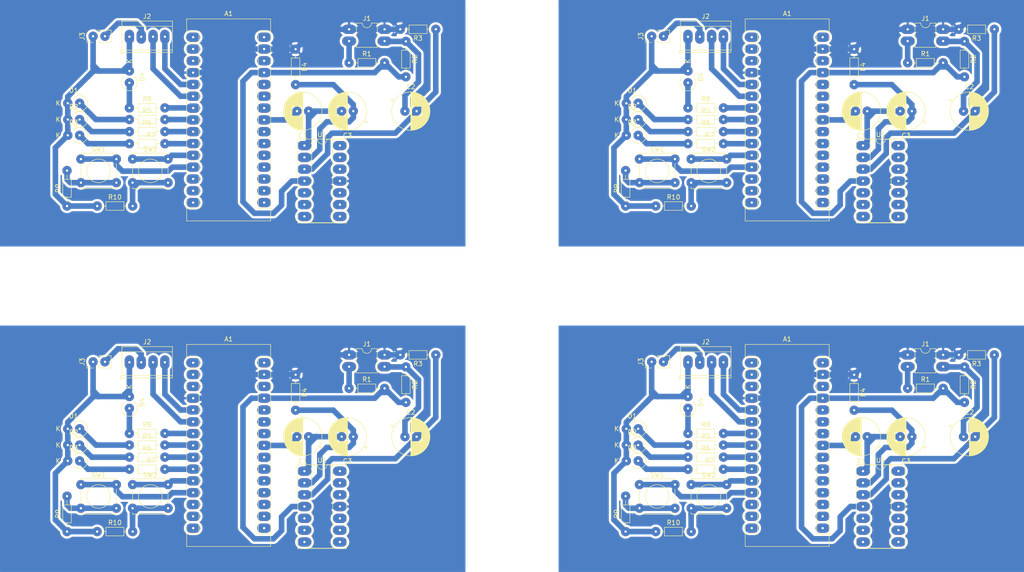
<source format=kicad_pcb>
(kicad_pcb (version 20171130) (host pcbnew "(5.1.9)-1")
  (layers (0 F.Cu signal) (31 B.Cu signal) (34 B.Paste user) (35 F.Paste user) (36 B.SilkS user) (37 F.SilkS user) (38 B.Mask user) (39 F.Mask user) (44 Edge.Cuts user))
  (net 0 "")
  (net 1 "Net-(A1-Pad1)")
  (net 2 "Net-(A1-Pad17)")
  (net 3 "Net-(A1-Pad2)")
  (net 4 "Net-(A1-Pad18)")
  (net 5 "Net-(A1-Pad3)")
  (net 6 "Net-(A1-Pad19)")
  (net 7 "Net-(A1-Pad29)")
  (net 8 "Net-(A1-Pad20)")
  (net 9 "Net-(A1-Pad5)")
  (net 10 "Net-(A1-Pad21)")
  (net 11 "Net-(A1-Pad6)")
  (net 12 "Net-(A1-Pad22)")
  (net 13 "Net-(A1-Pad7)")
  (net 14 "Net-(A1-Pad23)")
  (net 15 "Net-(A1-Pad8)")
  (net 16 "Net-(A1-Pad24)")
  (net 17 "Net-(A1-Pad9)")
  (net 18 "Net-(A1-Pad25)")
  (net 19 "Net-(A1-Pad10)")
  (net 20 "Net-(A1-Pad26)")
  (net 21 "Net-(A1-Pad11)")
  (net 22 "Net-(A1-Pad27)")
  (net 23 "Net-(A1-Pad12)")
  (net 24 "Net-(A1-Pad28)")
  (net 25 "Net-(A1-Pad13)")
  (net 26 "Net-(A1-Pad14)")
  (net 27 "Net-(A1-Pad30)")
  (net 28 "Net-(A1-Pad15)")
  (net 29 "Net-(A1-Pad16)")
  (net 30 "Net-(C1-Pad1)")
  (net 31 "Net-(C2-Pad1)")
  (net 32 "Net-(C2-Pad2)")
  (net 33 "Net-(C3-Pad1)")
  (net 34 "Net-(D1-Pad1)")
  (net 35 "Net-(D1-Pad2)")
  (net 36 "Net-(D2-Pad2)")
  (net 37 "Net-(D3-Pad2)")
  (net 38 "Net-(D4-Pad2)")
  (net 39 "Net-(J1-Pad2)")
  (net 40 "Net-(J2-Pad2)")
  (net 41 "Net-(R9-Pad2)")
  (net 42 "Net-(R10-Pad2)")
  (module Resistor_THT:R_Axial_DIN0204_L3.6mm_D1.6mm_P7.62mm_Horizontal (layer F.Cu) (at 223.5 115.58 270)
    (fp_text reference R4 (at 3.81 -1.92 90) (layer F.SilkS))
    (fp_text value 8k2)
    (pad 1 thru_hole circle (at 0 0 270) (size 2 2) (drill 0.5) (layers *.Cu *.Mask) (net 7 "Net-(A1-Pad29)"))
    (pad 2 thru_hole circle (at 7.62 0 270) (size 2 2) (drill 0.5) (layers *.Cu *.Mask) (net 33 "Net-(C3-Pad1)"))
  )
  (module Capacitor_THT:CP_Radial_D8.0mm_P2.50mm (layer F.Cu) (at 235.9 128.9 180)
    (fp_text reference C3 (at 1.25 -5.25) (layer F.SilkS))
    (fp_text value 104)
    (pad 1 thru_hole circle (at 0 0 180) (size 2 2) (drill 0.5) (layers *.Cu *.Mask) (net 33 "Net-(C3-Pad1)"))
    (pad 2 thru_hole circle (at 2.5 0 180) (size 2 2) (drill 0.5) (layers *.Cu *.Mask) (net 30 "Net-(C1-Pad1)"))
  )
  (module Resistor_THT:R_Axial_DIN0204_L3.6mm_D1.6mm_P7.62mm_Horizontal (layer F.Cu) (at 247.2 113.9 270)
    (fp_text reference R2 (at 3.81 -1.92 90) (layer F.SilkS))
    (fp_text value 1K5)
    (pad 1 thru_hole circle (at 0 0 270) (size 2 2) (drill 0.5) (layers *.Cu *.Mask) (net 31 "Net-(C2-Pad1)"))
    (pad 2 thru_hole circle (at 7.62 0 270) (size 2 2) (drill 0.5) (layers *.Cu *.Mask) (net 22 "Net-(A1-Pad27)"))
  )
  (module Package_DIP:DIP-14_W7.62mm_Socket_LongPads (layer F.Cu) (at 225.4 136.3)
    (fp_text reference U1 (at 3.81 -2.33) (layer F.SilkS))
    (fp_text value LM324)
    (pad 1 thru_hole oval (at 0 0) (size 3 2) (drill 0.5) (layers *.Cu *.Mask) (net 30 "Net-(C1-Pad1)"))
    (pad 8 thru_hole oval (at 7.62 15.24) (size 3 2) (drill 0.5) (layers *.Cu *.Mask))
    (pad 2 thru_hole oval (at 0 2.54) (size 3 2) (drill 0.5) (layers *.Cu *.Mask) (net 33 "Net-(C3-Pad1)"))
    (pad 9 thru_hole oval (at 7.62 12.7) (size 3 2) (drill 0.5) (layers *.Cu *.Mask))
    (pad 3 thru_hole oval (at 0 5.08) (size 3 2) (drill 0.5) (layers *.Cu *.Mask) (net 32 "Net-(C2-Pad2)"))
    (pad 10 thru_hole oval (at 7.62 10.16) (size 3 2) (drill 0.5) (layers *.Cu *.Mask))
    (pad 4 thru_hole oval (at 0 7.62) (size 3 2) (drill 0.5) (layers *.Cu *.Mask) (net 22 "Net-(A1-Pad27)"))
    (pad 11 thru_hole oval (at 7.62 7.62) (size 3 2) (drill 0.5) (layers *.Cu *.Mask) (net 7 "Net-(A1-Pad29)"))
    (pad 5 thru_hole oval (at 0 10.16) (size 3 2) (drill 0.5) (layers *.Cu *.Mask))
    (pad 12 thru_hole oval (at 7.62 5.08) (size 3 2) (drill 0.5) (layers *.Cu *.Mask))
    (pad 6 thru_hole oval (at 0 12.7) (size 3 2) (drill 0.5) (layers *.Cu *.Mask))
    (pad 13 thru_hole oval (at 7.62 2.54) (size 3 2) (drill 0.5) (layers *.Cu *.Mask))
    (pad 7 thru_hole oval (at 0 15.24) (size 3 2) (drill 0.5) (layers *.Cu *.Mask))
    (pad 14 thru_hole oval (at 7.62 0) (size 3 2) (drill 0.5) (layers *.Cu *.Mask))
  )
  (module Resistor_THT:R_Axial_DIN0204_L3.6mm_D1.6mm_P7.62mm_Horizontal (layer F.Cu) (at 187.8 130.7)
    (fp_text reference R5 (at 3.81 -1.92) (layer F.SilkS))
    (fp_text value 220)
    (pad 2 thru_hole circle (at 7.62 0) (size 2 2) (drill 0.5) (layers *.Cu *.Mask) (net 15 "Net-(A1-Pad8)"))
    (pad 1 thru_hole circle (at 0 0) (size 2 2) (drill 0.5) (layers *.Cu *.Mask) (net 35 "Net-(D1-Pad2)"))
  )
  (module Resistor_THT:R_Axial_DIN0204_L3.6mm_D1.6mm_P7.62mm_Horizontal (layer F.Cu) (at 253.62 111.3 180)
    (fp_text reference R3 (at 3.81 -1.92) (layer F.SilkS))
    (fp_text value 68K)
    (pad 2 thru_hole circle (at 7.62 0 180) (size 2 2) (drill 0.5) (layers *.Cu *.Mask) (net 7 "Net-(A1-Pad29)"))
    (pad 1 thru_hole circle (at 0 0 180) (size 2 2) (drill 0.5) (layers *.Cu *.Mask) (net 32 "Net-(C2-Pad2)"))
  )
  (module Capacitor_THT:CP_Radial_D8.0mm_P2.50mm (layer F.Cu) (at 247 128.9)
    (fp_text reference C2 (at 1.25 -5.25) (layer F.SilkS))
    (fp_text value 1uf)
    (pad 1 thru_hole circle (at 0 0) (size 2 2) (drill 0.5) (layers *.Cu *.Mask) (net 31 "Net-(C2-Pad1)"))
    (pad 2 thru_hole circle (at 2.5 0) (size 2 2) (drill 0.5) (layers *.Cu *.Mask) (net 32 "Net-(C2-Pad2)"))
  )
  (module Diode_THT:D_DO-41_SOD81_P2.54mm_Vertical_KathodeUp (layer F.Cu) (at 174.56 127.2)
    (fp_text reference D1 (at 1.27 -2.750635) (layer F.SilkS))
    (fp_text value BRA)
    (fp_text user K (at -2.1 0) (layer F.SilkS))
    (pad 1 thru_hole circle (at 0 0) (size 2 2) (drill 0.5) (layers *.Cu *.Mask) (net 34 "Net-(D1-Pad1)"))
    (pad 2 thru_hole circle (at 2.54 0) (size 2 2) (drill 0.5) (layers *.Cu *.Mask) (net 35 "Net-(D1-Pad2)"))
  )
  (module Module:Arduino_Nano (layer F.Cu) (at 201.5 113)
    (fp_text reference A1 (at 7.62 -5.08) (layer F.SilkS))
    (fp_text value Arduino_Nano_Every)
    (pad 1 thru_hole oval (at 0 0) (size 3 2) (drill 0.5) (layers *.Cu *.Mask) (net 1 "Net-(A1-Pad1)"))
    (pad 17 thru_hole oval (at 15.24 33.02) (size 3 2) (drill 0.5) (layers *.Cu *.Mask) (net 2 "Net-(A1-Pad17)"))
    (pad 2 thru_hole oval (at 0 2.54) (size 3 2) (drill 0.5) (layers *.Cu *.Mask) (net 3 "Net-(A1-Pad2)"))
    (pad 18 thru_hole oval (at 15.24 30.48) (size 3 2) (drill 0.5) (layers *.Cu *.Mask) (net 4 "Net-(A1-Pad18)"))
    (pad 3 thru_hole oval (at 0 5.08) (size 3 2) (drill 0.5) (layers *.Cu *.Mask) (net 5 "Net-(A1-Pad3)"))
    (pad 19 thru_hole oval (at 15.24 27.94) (size 3 2) (drill 0.5) (layers *.Cu *.Mask) (net 6 "Net-(A1-Pad19)"))
    (pad 4 thru_hole oval (at 0 7.62) (size 3 2) (drill 0.5) (layers *.Cu *.Mask) (net 7 "Net-(A1-Pad29)"))
    (pad 20 thru_hole oval (at 15.24 25.4) (size 3 2) (drill 0.5) (layers *.Cu *.Mask) (net 8 "Net-(A1-Pad20)"))
    (pad 5 thru_hole oval (at 0 10.16) (size 3 2) (drill 0.5) (layers *.Cu *.Mask) (net 9 "Net-(A1-Pad5)"))
    (pad 21 thru_hole oval (at 15.24 22.86) (size 3 2) (drill 0.5) (layers *.Cu *.Mask) (net 10 "Net-(A1-Pad21)"))
    (pad 6 thru_hole oval (at 0 12.7) (size 3 2) (drill 0.5) (layers *.Cu *.Mask) (net 11 "Net-(A1-Pad6)"))
    (pad 22 thru_hole oval (at 15.24 20.32) (size 3 2) (drill 0.5) (layers *.Cu *.Mask) (net 12 "Net-(A1-Pad22)"))
    (pad 7 thru_hole oval (at 0 15.24) (size 3 2) (drill 0.5) (layers *.Cu *.Mask) (net 13 "Net-(A1-Pad7)"))
    (pad 23 thru_hole oval (at 15.24 17.78) (size 3 2) (drill 0.5) (layers *.Cu *.Mask) (net 14 "Net-(A1-Pad23)"))
    (pad 8 thru_hole oval (at 0 17.78) (size 3 2) (drill 0.5) (layers *.Cu *.Mask) (net 15 "Net-(A1-Pad8)"))
    (pad 24 thru_hole oval (at 15.24 15.24) (size 3 2) (drill 0.5) (layers *.Cu *.Mask) (net 16 "Net-(A1-Pad24)"))
    (pad 9 thru_hole oval (at 0 20.32) (size 3 2) (drill 0.5) (layers *.Cu *.Mask) (net 17 "Net-(A1-Pad9)"))
    (pad 25 thru_hole oval (at 15.24 12.7) (size 3 2) (drill 0.5) (layers *.Cu *.Mask) (net 18 "Net-(A1-Pad25)"))
    (pad 10 thru_hole oval (at 0 22.86) (size 3 2) (drill 0.5) (layers *.Cu *.Mask) (net 19 "Net-(A1-Pad10)"))
    (pad 26 thru_hole oval (at 15.24 10.16) (size 3 2) (drill 0.5) (layers *.Cu *.Mask) (net 20 "Net-(A1-Pad26)"))
    (pad 11 thru_hole oval (at 0 25.4) (size 3 2) (drill 0.5) (layers *.Cu *.Mask) (net 21 "Net-(A1-Pad11)"))
    (pad 27 thru_hole oval (at 15.24 7.62) (size 3 2) (drill 0.5) (layers *.Cu *.Mask) (net 22 "Net-(A1-Pad27)"))
    (pad 12 thru_hole oval (at 0 27.94) (size 3 2) (drill 0.5) (layers *.Cu *.Mask) (net 23 "Net-(A1-Pad12)"))
    (pad 28 thru_hole oval (at 15.24 5.08) (size 3 2) (drill 0.5) (layers *.Cu *.Mask) (net 24 "Net-(A1-Pad28)"))
    (pad 13 thru_hole oval (at 0 30.48) (size 3 2) (drill 0.5) (layers *.Cu *.Mask) (net 25 "Net-(A1-Pad13)"))
    (pad 29 thru_hole oval (at 15.24 2.54) (size 3 2) (drill 0.5) (layers *.Cu *.Mask) (net 7 "Net-(A1-Pad29)"))
    (pad 14 thru_hole oval (at 0 33.02) (size 3 2) (drill 0.5) (layers *.Cu *.Mask) (net 26 "Net-(A1-Pad14)"))
    (pad 30 thru_hole oval (at 15.24 0) (size 3 2) (drill 0.5) (layers *.Cu *.Mask) (net 27 "Net-(A1-Pad30)"))
    (pad 15 thru_hole oval (at 0 35.56) (size 3 2) (drill 0.5) (layers *.Cu *.Mask) (net 28 "Net-(A1-Pad15)"))
    (pad 16 thru_hole oval (at 15.24 35.56) (size 3 2) (drill 0.5) (layers *.Cu *.Mask) (net 29 "Net-(A1-Pad16)"))
  )
  (module Connector_PinHeader_2.54mm:PinHeader_1x02_P2.54mm_Vertical (layer F.Cu) (at 180 112.8 90)
    (fp_text reference J3 (at 0 -2.33 90) (layer F.SilkS))
    (fp_text value "1GND 2VCC")
    (pad 1 thru_hole circle (at 0 0 90) (size 2 2) (drill 0.5) (layers *.Cu *.Mask) (net 34 "Net-(D1-Pad1)"))
    (pad 2 thru_hole circle (at 0 2.54 90) (size 2 2) (drill 0.5) (layers *.Cu *.Mask) (net 40 "Net-(J2-Pad2)"))
  )
  (module Diode_THT:D_DO-41_SOD81_P2.54mm_Vertical_KathodeUp (layer F.Cu) (at 174.56 130.7)
    (fp_text reference D2 (at 1.27 -2.750635) (layer F.SilkS))
    (fp_text value NOR)
    (fp_text user K (at -2.1 0) (layer F.SilkS))
    (pad 2 thru_hole circle (at 2.54 0) (size 2 2) (drill 0.5) (layers *.Cu *.Mask) (net 36 "Net-(D2-Pad2)"))
    (pad 1 thru_hole circle (at 0 0) (size 2 2) (drill 0.5) (layers *.Cu *.Mask) (net 34 "Net-(D1-Pad1)"))
  )
  (module Resistor_THT:R_Axial_DIN0204_L3.6mm_D1.6mm_P7.62mm_Horizontal (layer F.Cu) (at 180.88 149.3)
    (fp_text reference R10 (at 3.81 -1.92) (layer F.SilkS))
    (fp_text value 10K)
    (pad 2 thru_hole circle (at 7.62 0) (size 2 2) (drill 0.5) (layers *.Cu *.Mask) (net 42 "Net-(R10-Pad2)"))
    (pad 1 thru_hole circle (at 0 0) (size 2 2) (drill 0.5) (layers *.Cu *.Mask) (net 34 "Net-(D1-Pad1)"))
  )
  (module Resistor_THT:R_Axial_DIN0204_L3.6mm_D1.6mm_P7.62mm_Horizontal (layer F.Cu) (at 187.8 133.3)
    (fp_text reference R6 (at 3.81 -1.92) (layer F.SilkS))
    (fp_text value 100)
    (pad 1 thru_hole circle (at 0 0) (size 2 2) (drill 0.5) (layers *.Cu *.Mask) (net 36 "Net-(D2-Pad2)"))
    (pad 2 thru_hole circle (at 7.62 0) (size 2 2) (drill 0.5) (layers *.Cu *.Mask) (net 17 "Net-(A1-Pad9)"))
  )
  (module Resistor_THT:R_Axial_DIN0204_L3.6mm_D1.6mm_P7.62mm_Horizontal (layer F.Cu) (at 174.4 149.3 90)
    (fp_text reference R9 (at 3.81 -1.92 90) (layer F.SilkS))
    (fp_text value 10K)
    (pad 1 thru_hole circle (at 0 0 90) (size 2 2) (drill 0.5) (layers *.Cu *.Mask) (net 34 "Net-(D1-Pad1)"))
    (pad 2 thru_hole circle (at 7.62 0 90) (size 2 2) (drill 0.5) (layers *.Cu *.Mask) (net 41 "Net-(R9-Pad2)"))
  )
  (module Diode_THT:D_DO-41_SOD81_P2.54mm_Vertical_KathodeUp (layer F.Cu) (at 174.56 134.1)
    (fp_text reference D3 (at 1.27 -2.750635) (layer F.SilkS))
    (fp_text value TAQ)
    (fp_text user K (at -2.1 0) (layer F.SilkS))
    (pad 1 thru_hole circle (at 0 0) (size 2 2) (drill 0.5) (layers *.Cu *.Mask) (net 34 "Net-(D1-Pad1)"))
    (pad 2 thru_hole circle (at 2.54 0) (size 2 2) (drill 0.5) (layers *.Cu *.Mask) (net 37 "Net-(D3-Pad2)"))
  )
  (module Resistor_THT:R_Axial_DIN0204_L3.6mm_D1.6mm_P7.62mm_Horizontal (layer F.Cu) (at 187.8 135.9)
    (fp_text reference R7 (at 4.62 -1.9) (layer F.SilkS))
    (fp_text value 220)
    (pad 1 thru_hole circle (at 0 0) (size 2 2) (drill 0.5) (layers *.Cu *.Mask) (net 37 "Net-(D3-Pad2)"))
    (pad 2 thru_hole circle (at 7.62 0) (size 2 2) (drill 0.5) (layers *.Cu *.Mask) (net 19 "Net-(A1-Pad10)"))
  )
  (module Button_Switch_THT:SW_Tactile_Straight_KSA0Axx1LFTR (layer F.Cu) (at 188.48 139.2)
    (fp_text reference SW2 (at 3.81 -2.08) (layer F.SilkS))
    (fp_text value SW_Push)
    (pad 2 thru_hole circle (at 0 5.08) (size 2 2) (drill 0.5) (layers *.Cu *.Mask) (net 42 "Net-(R10-Pad2)"))
    (pad 1 thru_hole circle (at 0 0) (size 2 2) (drill 0.5) (layers *.Cu *.Mask) (net 21 "Net-(A1-Pad11)"))
    (pad 2 thru_hole circle (at 7.62 5.08) (size 2 2) (drill 0.5) (layers *.Cu *.Mask) (net 42 "Net-(R10-Pad2)"))
    (pad 1 thru_hole circle (at 7.62 0) (size 2 2) (drill 0.5) (layers *.Cu *.Mask) (net 21 "Net-(A1-Pad11)"))
  )
  (module Resistor_THT:R_Axial_DIN0204_L3.6mm_D1.6mm_P7.62mm_Horizontal (layer F.Cu) (at 187.8 128.2)
    (fp_text reference R8 (at 3.81 -1.92) (layer F.SilkS))
    (fp_text value 100)
    (pad 2 thru_hole circle (at 7.62 0) (size 2 2) (drill 0.5) (layers *.Cu *.Mask) (net 13 "Net-(A1-Pad7)"))
    (pad 1 thru_hole circle (at 0 0) (size 2 2) (drill 0.5) (layers *.Cu *.Mask) (net 38 "Net-(D4-Pad2)"))
  )
  (module Resistor_THT:R_Axial_DIN0204_L3.6mm_D1.6mm_P7.62mm_Horizontal (layer F.Cu) (at 127.2 113.9 270)
    (fp_text reference R2 (at 3.81 -1.92 90) (layer F.SilkS))
    (fp_text value 1K5)
    (pad 2 thru_hole circle (at 7.62 0 270) (size 2 2) (drill 0.5) (layers *.Cu *.Mask) (net 22 "Net-(A1-Pad27)"))
    (pad 1 thru_hole circle (at 0 0 270) (size 2 2) (drill 0.5) (layers *.Cu *.Mask) (net 31 "Net-(C2-Pad1)"))
  )
  (module Package_DIP:DIP-14_W7.62mm_Socket_LongPads (layer F.Cu) (at 105.4 136.3)
    (fp_text reference U1 (at 3.81 -2.33) (layer F.SilkS))
    (fp_text value LM324)
    (pad 14 thru_hole oval (at 7.62 0) (size 3 2) (drill 0.5) (layers *.Cu *.Mask))
    (pad 7 thru_hole oval (at 0 15.24) (size 3 2) (drill 0.5) (layers *.Cu *.Mask))
    (pad 13 thru_hole oval (at 7.62 2.54) (size 3 2) (drill 0.5) (layers *.Cu *.Mask))
    (pad 6 thru_hole oval (at 0 12.7) (size 3 2) (drill 0.5) (layers *.Cu *.Mask))
    (pad 12 thru_hole oval (at 7.62 5.08) (size 3 2) (drill 0.5) (layers *.Cu *.Mask))
    (pad 5 thru_hole oval (at 0 10.16) (size 3 2) (drill 0.5) (layers *.Cu *.Mask))
    (pad 11 thru_hole oval (at 7.62 7.62) (size 3 2) (drill 0.5) (layers *.Cu *.Mask) (net 7 "Net-(A1-Pad29)"))
    (pad 4 thru_hole oval (at 0 7.62) (size 3 2) (drill 0.5) (layers *.Cu *.Mask) (net 22 "Net-(A1-Pad27)"))
    (pad 10 thru_hole oval (at 7.62 10.16) (size 3 2) (drill 0.5) (layers *.Cu *.Mask))
    (pad 3 thru_hole oval (at 0 5.08) (size 3 2) (drill 0.5) (layers *.Cu *.Mask) (net 32 "Net-(C2-Pad2)"))
    (pad 9 thru_hole oval (at 7.62 12.7) (size 3 2) (drill 0.5) (layers *.Cu *.Mask))
    (pad 2 thru_hole oval (at 0 2.54) (size 3 2) (drill 0.5) (layers *.Cu *.Mask) (net 33 "Net-(C3-Pad1)"))
    (pad 8 thru_hole oval (at 7.62 15.24) (size 3 2) (drill 0.5) (layers *.Cu *.Mask))
    (pad 1 thru_hole oval (at 0 0) (size 3 2) (drill 0.5) (layers *.Cu *.Mask) (net 30 "Net-(C1-Pad1)"))
  )
  (module Resistor_THT:R_Axial_DIN0204_L3.6mm_D1.6mm_P7.62mm_Horizontal (layer F.Cu) (at 60.88 149.3)
    (fp_text reference R10 (at 3.81 -1.92) (layer F.SilkS))
    (fp_text value 10K)
    (pad 1 thru_hole circle (at 0 0) (size 2 2) (drill 0.5) (layers *.Cu *.Mask) (net 34 "Net-(D1-Pad1)"))
    (pad 2 thru_hole circle (at 7.62 0) (size 2 2) (drill 0.5) (layers *.Cu *.Mask) (net 42 "Net-(R10-Pad2)"))
  )
  (module Resistor_THT:R_Axial_DIN0204_L3.6mm_D1.6mm_P7.62mm_Horizontal (layer F.Cu) (at 54.4 149.3 90)
    (fp_text reference R9 (at 3.81 -1.92 90) (layer F.SilkS))
    (fp_text value 10K)
    (pad 2 thru_hole circle (at 7.62 0 90) (size 2 2) (drill 0.5) (layers *.Cu *.Mask) (net 41 "Net-(R9-Pad2)"))
    (pad 1 thru_hole circle (at 0 0 90) (size 2 2) (drill 0.5) (layers *.Cu *.Mask) (net 34 "Net-(D1-Pad1)"))
  )
  (module Resistor_THT:R_Axial_DIN0204_L3.6mm_D1.6mm_P7.62mm_Horizontal (layer F.Cu) (at 67.8 133.3)
    (fp_text reference R6 (at 3.81 -1.92) (layer F.SilkS))
    (fp_text value 100)
    (pad 2 thru_hole circle (at 7.62 0) (size 2 2) (drill 0.5) (layers *.Cu *.Mask) (net 17 "Net-(A1-Pad9)"))
    (pad 1 thru_hole circle (at 0 0) (size 2 2) (drill 0.5) (layers *.Cu *.Mask) (net 36 "Net-(D2-Pad2)"))
  )
  (module Resistor_THT:R_Axial_DIN0204_L3.6mm_D1.6mm_P7.62mm_Horizontal (layer F.Cu) (at 67.8 130.7)
    (fp_text reference R5 (at 3.81 -1.92) (layer F.SilkS))
    (fp_text value 220)
    (pad 1 thru_hole circle (at 0 0) (size 2 2) (drill 0.5) (layers *.Cu *.Mask) (net 35 "Net-(D1-Pad2)"))
    (pad 2 thru_hole circle (at 7.62 0) (size 2 2) (drill 0.5) (layers *.Cu *.Mask) (net 15 "Net-(A1-Pad8)"))
  )
  (module Resistor_THT:R_Axial_DIN0204_L3.6mm_D1.6mm_P7.62mm_Horizontal (layer F.Cu) (at 67.8 135.9)
    (fp_text reference R7 (at 4.62 -1.9) (layer F.SilkS))
    (fp_text value 220)
    (pad 2 thru_hole circle (at 7.62 0) (size 2 2) (drill 0.5) (layers *.Cu *.Mask) (net 19 "Net-(A1-Pad10)"))
    (pad 1 thru_hole circle (at 0 0) (size 2 2) (drill 0.5) (layers *.Cu *.Mask) (net 37 "Net-(D3-Pad2)"))
  )
  (module Connector_PinHeader_2.54mm:PinHeader_1x02_P2.54mm_Vertical (layer F.Cu) (at 60 112.8 90)
    (fp_text reference J3 (at 0 -2.33 90) (layer F.SilkS))
    (fp_text value "1GND 2VCC")
    (pad 2 thru_hole circle (at 0 2.54 90) (size 2 2) (drill 0.5) (layers *.Cu *.Mask) (net 40 "Net-(J2-Pad2)"))
    (pad 1 thru_hole circle (at 0 0 90) (size 2 2) (drill 0.5) (layers *.Cu *.Mask) (net 34 "Net-(D1-Pad1)"))
  )
  (module Resistor_THT:R_Axial_DIN0204_L3.6mm_D1.6mm_P7.62mm_Horizontal (layer F.Cu) (at 133.62 111.3 180)
    (fp_text reference R3 (at 3.81 -1.92) (layer F.SilkS))
    (fp_text value 68K)
    (pad 1 thru_hole circle (at 0 0 180) (size 2 2) (drill 0.5) (layers *.Cu *.Mask) (net 32 "Net-(C2-Pad2)"))
    (pad 2 thru_hole circle (at 7.62 0 180) (size 2 2) (drill 0.5) (layers *.Cu *.Mask) (net 7 "Net-(A1-Pad29)"))
  )
  (module Resistor_THT:R_Axial_DIN0204_L3.6mm_D1.6mm_P7.62mm_Horizontal (layer F.Cu) (at 67.8 128.2)
    (fp_text reference R8 (at 3.81 -1.92) (layer F.SilkS))
    (fp_text value 100)
    (pad 1 thru_hole circle (at 0 0) (size 2 2) (drill 0.5) (layers *.Cu *.Mask) (net 38 "Net-(D4-Pad2)"))
    (pad 2 thru_hole circle (at 7.62 0) (size 2 2) (drill 0.5) (layers *.Cu *.Mask) (net 13 "Net-(A1-Pad7)"))
  )
  (module Resistor_THT:R_Axial_DIN0204_L3.6mm_D1.6mm_P7.62mm_Horizontal (layer F.Cu) (at 103.5 115.58 270)
    (fp_text reference R4 (at 3.81 -1.92 90) (layer F.SilkS))
    (fp_text value 8k2)
    (pad 2 thru_hole circle (at 7.62 0 270) (size 2 2) (drill 0.5) (layers *.Cu *.Mask) (net 33 "Net-(C3-Pad1)"))
    (pad 1 thru_hole circle (at 0 0 270) (size 2 2) (drill 0.5) (layers *.Cu *.Mask) (net 7 "Net-(A1-Pad29)"))
  )
  (module Diode_THT:D_DO-41_SOD81_P2.54mm_Vertical_KathodeUp (layer F.Cu) (at 54.56 130.7)
    (fp_text reference D2 (at 1.27 -2.750635) (layer F.SilkS))
    (fp_text value NOR)
    (fp_text user K (at -2.1 0) (layer F.SilkS))
    (pad 1 thru_hole circle (at 0 0) (size 2 2) (drill 0.5) (layers *.Cu *.Mask) (net 34 "Net-(D1-Pad1)"))
    (pad 2 thru_hole circle (at 2.54 0) (size 2 2) (drill 0.5) (layers *.Cu *.Mask) (net 36 "Net-(D2-Pad2)"))
  )
  (module Diode_THT:D_DO-41_SOD81_P2.54mm_Vertical_KathodeUp (layer F.Cu) (at 54.56 134.1)
    (fp_text reference D3 (at 1.27 -2.750635) (layer F.SilkS))
    (fp_text value TAQ)
    (fp_text user K (at -2.1 0) (layer F.SilkS))
    (pad 2 thru_hole circle (at 2.54 0) (size 2 2) (drill 0.5) (layers *.Cu *.Mask) (net 37 "Net-(D3-Pad2)"))
    (pad 1 thru_hole circle (at 0 0) (size 2 2) (drill 0.5) (layers *.Cu *.Mask) (net 34 "Net-(D1-Pad1)"))
  )
  (module Module:Arduino_Nano (layer F.Cu) (at 81.5 113)
    (fp_text reference A1 (at 7.62 -5.08) (layer F.SilkS))
    (fp_text value Arduino_Nano_Every)
    (pad 16 thru_hole oval (at 15.24 35.56) (size 3 2) (drill 0.5) (layers *.Cu *.Mask) (net 29 "Net-(A1-Pad16)"))
    (pad 15 thru_hole oval (at 0 35.56) (size 3 2) (drill 0.5) (layers *.Cu *.Mask) (net 28 "Net-(A1-Pad15)"))
    (pad 30 thru_hole oval (at 15.24 0) (size 3 2) (drill 0.5) (layers *.Cu *.Mask) (net 27 "Net-(A1-Pad30)"))
    (pad 14 thru_hole oval (at 0 33.02) (size 3 2) (drill 0.5) (layers *.Cu *.Mask) (net 26 "Net-(A1-Pad14)"))
    (pad 29 thru_hole oval (at 15.24 2.54) (size 3 2) (drill 0.5) (layers *.Cu *.Mask) (net 7 "Net-(A1-Pad29)"))
    (pad 13 thru_hole oval (at 0 30.48) (size 3 2) (drill 0.5) (layers *.Cu *.Mask) (net 25 "Net-(A1-Pad13)"))
    (pad 28 thru_hole oval (at 15.24 5.08) (size 3 2) (drill 0.5) (layers *.Cu *.Mask) (net 24 "Net-(A1-Pad28)"))
    (pad 12 thru_hole oval (at 0 27.94) (size 3 2) (drill 0.5) (layers *.Cu *.Mask) (net 23 "Net-(A1-Pad12)"))
    (pad 27 thru_hole oval (at 15.24 7.62) (size 3 2) (drill 0.5) (layers *.Cu *.Mask) (net 22 "Net-(A1-Pad27)"))
    (pad 11 thru_hole oval (at 0 25.4) (size 3 2) (drill 0.5) (layers *.Cu *.Mask) (net 21 "Net-(A1-Pad11)"))
    (pad 26 thru_hole oval (at 15.24 10.16) (size 3 2) (drill 0.5) (layers *.Cu *.Mask) (net 20 "Net-(A1-Pad26)"))
    (pad 10 thru_hole oval (at 0 22.86) (size 3 2) (drill 0.5) (layers *.Cu *.Mask) (net 19 "Net-(A1-Pad10)"))
    (pad 25 thru_hole oval (at 15.24 12.7) (size 3 2) (drill 0.5) (layers *.Cu *.Mask) (net 18 "Net-(A1-Pad25)"))
    (pad 9 thru_hole oval (at 0 20.32) (size 3 2) (drill 0.5) (layers *.Cu *.Mask) (net 17 "Net-(A1-Pad9)"))
    (pad 24 thru_hole oval (at 15.24 15.24) (size 3 2) (drill 0.5) (layers *.Cu *.Mask) (net 16 "Net-(A1-Pad24)"))
    (pad 8 thru_hole oval (at 0 17.78) (size 3 2) (drill 0.5) (layers *.Cu *.Mask) (net 15 "Net-(A1-Pad8)"))
    (pad 23 thru_hole oval (at 15.24 17.78) (size 3 2) (drill 0.5) (layers *.Cu *.Mask) (net 14 "Net-(A1-Pad23)"))
    (pad 7 thru_hole oval (at 0 15.24) (size 3 2) (drill 0.5) (layers *.Cu *.Mask) (net 13 "Net-(A1-Pad7)"))
    (pad 22 thru_hole oval (at 15.24 20.32) (size 3 2) (drill 0.5) (layers *.Cu *.Mask) (net 12 "Net-(A1-Pad22)"))
    (pad 6 thru_hole oval (at 0 12.7) (size 3 2) (drill 0.5) (layers *.Cu *.Mask) (net 11 "Net-(A1-Pad6)"))
    (pad 21 thru_hole oval (at 15.24 22.86) (size 3 2) (drill 0.5) (layers *.Cu *.Mask) (net 10 "Net-(A1-Pad21)"))
    (pad 5 thru_hole oval (at 0 10.16) (size 3 2) (drill 0.5) (layers *.Cu *.Mask) (net 9 "Net-(A1-Pad5)"))
    (pad 20 thru_hole oval (at 15.24 25.4) (size 3 2) (drill 0.5) (layers *.Cu *.Mask) (net 8 "Net-(A1-Pad20)"))
    (pad 4 thru_hole oval (at 0 7.62) (size 3 2) (drill 0.5) (layers *.Cu *.Mask) (net 7 "Net-(A1-Pad29)"))
    (pad 19 thru_hole oval (at 15.24 27.94) (size 3 2) (drill 0.5) (layers *.Cu *.Mask) (net 6 "Net-(A1-Pad19)"))
    (pad 3 thru_hole oval (at 0 5.08) (size 3 2) (drill 0.5) (layers *.Cu *.Mask) (net 5 "Net-(A1-Pad3)"))
    (pad 18 thru_hole oval (at 15.24 30.48) (size 3 2) (drill 0.5) (layers *.Cu *.Mask) (net 4 "Net-(A1-Pad18)"))
    (pad 2 thru_hole oval (at 0 2.54) (size 3 2) (drill 0.5) (layers *.Cu *.Mask) (net 3 "Net-(A1-Pad2)"))
    (pad 17 thru_hole oval (at 15.24 33.02) (size 3 2) (drill 0.5) (layers *.Cu *.Mask) (net 2 "Net-(A1-Pad17)"))
    (pad 1 thru_hole oval (at 0 0) (size 3 2) (drill 0.5) (layers *.Cu *.Mask) (net 1 "Net-(A1-Pad1)"))
  )
  (module Button_Switch_THT:SW_Tactile_Straight_KSA0Axx1LFTR (layer F.Cu) (at 68.48 139.2)
    (fp_text reference SW2 (at 3.81 -2.08) (layer F.SilkS))
    (fp_text value SW_Push)
    (pad 1 thru_hole circle (at 7.62 0) (size 2 2) (drill 0.5) (layers *.Cu *.Mask) (net 21 "Net-(A1-Pad11)"))
    (pad 2 thru_hole circle (at 7.62 5.08) (size 2 2) (drill 0.5) (layers *.Cu *.Mask) (net 42 "Net-(R10-Pad2)"))
    (pad 1 thru_hole circle (at 0 0) (size 2 2) (drill 0.5) (layers *.Cu *.Mask) (net 21 "Net-(A1-Pad11)"))
    (pad 2 thru_hole circle (at 0 5.08) (size 2 2) (drill 0.5) (layers *.Cu *.Mask) (net 42 "Net-(R10-Pad2)"))
  )
  (module Diode_THT:D_DO-41_SOD81_P2.54mm_Vertical_KathodeUp (layer F.Cu) (at 54.56 127.2)
    (fp_text reference D1 (at 1.27 -2.750635) (layer F.SilkS))
    (fp_text value BRA)
    (fp_text user K (at -2.1 0) (layer F.SilkS))
    (pad 2 thru_hole circle (at 2.54 0) (size 2 2) (drill 0.5) (layers *.Cu *.Mask) (net 35 "Net-(D1-Pad2)"))
    (pad 1 thru_hole circle (at 0 0) (size 2 2) (drill 0.5) (layers *.Cu *.Mask) (net 34 "Net-(D1-Pad1)"))
  )
  (module Capacitor_THT:CP_Radial_D8.0mm_P2.50mm (layer F.Cu) (at 115.9 128.9 180)
    (fp_text reference C3 (at 1.25 -5.25) (layer F.SilkS))
    (fp_text value 104)
    (pad 2 thru_hole circle (at 2.5 0 180) (size 2 2) (drill 0.5) (layers *.Cu *.Mask) (net 30 "Net-(C1-Pad1)"))
    (pad 1 thru_hole circle (at 0 0 180) (size 2 2) (drill 0.5) (layers *.Cu *.Mask) (net 33 "Net-(C3-Pad1)"))
  )
  (module Capacitor_THT:CP_Radial_D8.0mm_P2.50mm (layer F.Cu) (at 127 128.9)
    (fp_text reference C2 (at 1.25 -5.25) (layer F.SilkS))
    (fp_text value 1uf)
    (pad 2 thru_hole circle (at 2.5 0) (size 2 2) (drill 0.5) (layers *.Cu *.Mask) (net 32 "Net-(C2-Pad2)"))
    (pad 1 thru_hole circle (at 0 0) (size 2 2) (drill 0.5) (layers *.Cu *.Mask) (net 31 "Net-(C2-Pad1)"))
  )
  (module TerminalBlock_TE-Connectivity:TerminalBlock_TE_282834-4_1x04_P2.54mm_Horizontal (layer F.Cu) (at 67.8 112.9)
    (fp_text reference J2 (at 3.81 -4.37) (layer F.SilkS))
    (fp_text value "1GND 2VCC 3DIO 4CLK")
    (pad 4 thru_hole oval (at 7.62 0) (size 2 3) (drill 0.5) (layers *.Cu *.Mask) (net 9 "Net-(A1-Pad5)"))
    (pad 3 thru_hole oval (at 5.08 0) (size 2 3) (drill 0.5) (layers *.Cu *.Mask) (net 11 "Net-(A1-Pad6)"))
    (pad 2 thru_hole oval (at 2.54 0) (size 2 3) (drill 0.5) (layers *.Cu *.Mask) (net 40 "Net-(J2-Pad2)"))
    (pad 1 thru_hole oval (at 0 0) (size 2 3) (drill 0.5) (layers *.Cu *.Mask) (net 34 "Net-(D1-Pad1)"))
  )
  (module Button_Switch_THT:SW_Tactile_Straight_KSA0Axx1LFTR (layer F.Cu) (at 57.38 139.2)
    (fp_text reference SW1 (at 3.81 -2.08) (layer F.SilkS))
    (fp_text value SW_Push)
    (pad 2 thru_hole circle (at 0 5.08) (size 2 2) (drill 0.5) (layers *.Cu *.Mask) (net 41 "Net-(R9-Pad2)"))
    (pad 1 thru_hole circle (at 0 0) (size 2 2) (drill 0.5) (layers *.Cu *.Mask) (net 23 "Net-(A1-Pad12)"))
    (pad 2 thru_hole circle (at 7.62 5.08) (size 2 2) (drill 0.5) (layers *.Cu *.Mask) (net 41 "Net-(R9-Pad2)"))
    (pad 1 thru_hole circle (at 7.62 0) (size 2 2) (drill 0.5) (layers *.Cu *.Mask) (net 23 "Net-(A1-Pad12)"))
  )
  (module Package_DIP:DIP-4_W7.62mm_LongPads (layer F.Cu) (at 115 111.3)
    (fp_text reference J1 (at 3.81 -2.33) (layer F.SilkS))
    (fp_text value sensor)
    (pad 4 thru_hole oval (at 7.62 0) (size 3 2) (drill 0.5) (layers *.Cu *.Mask) (net 7 "Net-(A1-Pad29)"))
    (pad 2 thru_hole oval (at 0 2.54) (size 3 2) (drill 0.5) (layers *.Cu *.Mask) (net 39 "Net-(J1-Pad2)"))
    (pad 3 thru_hole oval (at 7.62 2.54) (size 3 2) (drill 0.5) (layers *.Cu *.Mask) (net 31 "Net-(C2-Pad1)"))
    (pad 1 thru_hole oval (at 0 0) (size 3 2) (drill 0.5) (layers *.Cu *.Mask) (net 7 "Net-(A1-Pad29)"))
  )
  (module Capacitor_THT:CP_Radial_D8.0mm_P2.50mm (layer F.Cu) (at 106.3 128.9 180)
    (fp_text reference C1 (at 1.25 -5.25) (layer F.SilkS))
    (fp_text value 1uf)
    (pad 1 thru_hole circle (at 0 0 180) (size 2 2) (drill 0.5) (layers *.Cu *.Mask) (net 30 "Net-(C1-Pad1)"))
    (pad 2 thru_hole circle (at 2.5 0 180) (size 2 2) (drill 0.5) (layers *.Cu *.Mask) (net 14 "Net-(A1-Pad23)"))
  )
  (module Diode_THT:D_DO-41_SOD81_P2.54mm_Vertical_KathodeUp (layer F.Cu) (at 67.8 120.26 270)
    (fp_text reference D4 (at 1.27 -2.750635 90) (layer F.SilkS))
    (fp_text value PUL)
    (fp_text user K (at -2.1 0 90) (layer F.SilkS))
    (pad 1 thru_hole circle (at 0 0 270) (size 2 2) (drill 0.5) (layers *.Cu *.Mask) (net 34 "Net-(D1-Pad1)"))
    (pad 2 thru_hole circle (at 2.54 0 270) (size 2 2) (drill 0.5) (layers *.Cu *.Mask) (net 38 "Net-(D4-Pad2)"))
  )
  (module Resistor_THT:R_Axial_DIN0204_L3.6mm_D1.6mm_P7.62mm_Horizontal (layer F.Cu) (at 115 118.5)
    (fp_text reference R1 (at 3.81 -1.92) (layer F.SilkS))
    (fp_text value 100)
    (pad 1 thru_hole circle (at 0 0) (size 2 2) (drill 0.5) (layers *.Cu *.Mask) (net 39 "Net-(J1-Pad2)"))
    (pad 2 thru_hole circle (at 7.62 0) (size 2 2) (drill 0.5) (layers *.Cu *.Mask) (net 22 "Net-(A1-Pad27)"))
  )
  (module Diode_THT:D_DO-41_SOD81_P2.54mm_Vertical_KathodeUp (layer F.Cu) (at 187.8 120.26 270)
    (fp_text reference D4 (at 1.27 -2.750635 90) (layer F.SilkS))
    (fp_text value PUL)
    (fp_text user K (at -2.1 0 90) (layer F.SilkS))
    (pad 2 thru_hole circle (at 2.54 0 270) (size 2 2) (drill 0.5) (layers *.Cu *.Mask) (net 38 "Net-(D4-Pad2)"))
    (pad 1 thru_hole circle (at 0 0 270) (size 2 2) (drill 0.5) (layers *.Cu *.Mask) (net 34 "Net-(D1-Pad1)"))
  )
  (module Resistor_THT:R_Axial_DIN0204_L3.6mm_D1.6mm_P7.62mm_Horizontal (layer F.Cu) (at 235 118.5)
    (fp_text reference R1 (at 3.81 -1.92) (layer F.SilkS))
    (fp_text value 100)
    (pad 2 thru_hole circle (at 7.62 0) (size 2 2) (drill 0.5) (layers *.Cu *.Mask) (net 22 "Net-(A1-Pad27)"))
    (pad 1 thru_hole circle (at 0 0) (size 2 2) (drill 0.5) (layers *.Cu *.Mask) (net 39 "Net-(J1-Pad2)"))
  )
  (module Button_Switch_THT:SW_Tactile_Straight_KSA0Axx1LFTR (layer F.Cu) (at 177.38 139.2)
    (fp_text reference SW1 (at 3.81 -2.08) (layer F.SilkS))
    (fp_text value SW_Push)
    (pad 1 thru_hole circle (at 7.62 0) (size 2 2) (drill 0.5) (layers *.Cu *.Mask) (net 23 "Net-(A1-Pad12)"))
    (pad 2 thru_hole circle (at 7.62 5.08) (size 2 2) (drill 0.5) (layers *.Cu *.Mask) (net 41 "Net-(R9-Pad2)"))
    (pad 1 thru_hole circle (at 0 0) (size 2 2) (drill 0.5) (layers *.Cu *.Mask) (net 23 "Net-(A1-Pad12)"))
    (pad 2 thru_hole circle (at 0 5.08) (size 2 2) (drill 0.5) (layers *.Cu *.Mask) (net 41 "Net-(R9-Pad2)"))
  )
  (module TerminalBlock_TE-Connectivity:TerminalBlock_TE_282834-4_1x04_P2.54mm_Horizontal (layer F.Cu) (at 187.8 112.9)
    (fp_text reference J2 (at 3.81 -4.37) (layer F.SilkS))
    (fp_text value "1GND 2VCC 3DIO 4CLK")
    (pad 1 thru_hole oval (at 0 0) (size 2 3) (drill 0.5) (layers *.Cu *.Mask) (net 34 "Net-(D1-Pad1)"))
    (pad 2 thru_hole oval (at 2.54 0) (size 2 3) (drill 0.5) (layers *.Cu *.Mask) (net 40 "Net-(J2-Pad2)"))
    (pad 3 thru_hole oval (at 5.08 0) (size 2 3) (drill 0.5) (layers *.Cu *.Mask) (net 11 "Net-(A1-Pad6)"))
    (pad 4 thru_hole oval (at 7.62 0) (size 2 3) (drill 0.5) (layers *.Cu *.Mask) (net 9 "Net-(A1-Pad5)"))
  )
  (module Package_DIP:DIP-4_W7.62mm_LongPads (layer F.Cu) (at 235 111.3)
    (fp_text reference J1 (at 3.81 -2.33) (layer F.SilkS))
    (fp_text value sensor)
    (pad 1 thru_hole oval (at 0 0) (size 3 2) (drill 0.5) (layers *.Cu *.Mask) (net 7 "Net-(A1-Pad29)"))
    (pad 3 thru_hole oval (at 7.62 2.54) (size 3 2) (drill 0.5) (layers *.Cu *.Mask) (net 31 "Net-(C2-Pad1)"))
    (pad 2 thru_hole oval (at 0 2.54) (size 3 2) (drill 0.5) (layers *.Cu *.Mask) (net 39 "Net-(J1-Pad2)"))
    (pad 4 thru_hole oval (at 7.62 0) (size 3 2) (drill 0.5) (layers *.Cu *.Mask) (net 7 "Net-(A1-Pad29)"))
  )
  (module Capacitor_THT:CP_Radial_D8.0mm_P2.50mm (layer F.Cu) (at 226.3 128.9 180)
    (fp_text reference C1 (at 1.25 -5.25) (layer F.SilkS))
    (fp_text value 1uf)
    (pad 2 thru_hole circle (at 2.5 0 180) (size 2 2) (drill 0.5) (layers *.Cu *.Mask) (net 14 "Net-(A1-Pad23)"))
    (pad 1 thru_hole circle (at 0 0 180) (size 2 2) (drill 0.5) (layers *.Cu *.Mask) (net 30 "Net-(C1-Pad1)"))
  )
  (module Resistor_THT:R_Axial_DIN0204_L3.6mm_D1.6mm_P7.62mm_Horizontal (layer F.Cu) (at 247.2 43.9 270)
    (fp_text reference R2 (at 3.81 -1.92 90) (layer F.SilkS))
    (fp_text value 1K5)
    (pad 2 thru_hole circle (at 7.62 0 270) (size 2 2) (drill 0.5) (layers *.Cu *.Mask) (net 22 "Net-(A1-Pad27)"))
    (pad 1 thru_hole circle (at 0 0 270) (size 2 2) (drill 0.5) (layers *.Cu *.Mask) (net 31 "Net-(C2-Pad1)"))
  )
  (module Package_DIP:DIP-14_W7.62mm_Socket_LongPads (layer F.Cu) (at 225.4 66.3)
    (fp_text reference U1 (at 3.81 -2.33) (layer F.SilkS))
    (fp_text value LM324)
    (pad 14 thru_hole oval (at 7.62 0) (size 3 2) (drill 0.5) (layers *.Cu *.Mask))
    (pad 7 thru_hole oval (at 0 15.24) (size 3 2) (drill 0.5) (layers *.Cu *.Mask))
    (pad 13 thru_hole oval (at 7.62 2.54) (size 3 2) (drill 0.5) (layers *.Cu *.Mask))
    (pad 6 thru_hole oval (at 0 12.7) (size 3 2) (drill 0.5) (layers *.Cu *.Mask))
    (pad 12 thru_hole oval (at 7.62 5.08) (size 3 2) (drill 0.5) (layers *.Cu *.Mask))
    (pad 5 thru_hole oval (at 0 10.16) (size 3 2) (drill 0.5) (layers *.Cu *.Mask))
    (pad 11 thru_hole oval (at 7.62 7.62) (size 3 2) (drill 0.5) (layers *.Cu *.Mask) (net 7 "Net-(A1-Pad29)"))
    (pad 4 thru_hole oval (at 0 7.62) (size 3 2) (drill 0.5) (layers *.Cu *.Mask) (net 22 "Net-(A1-Pad27)"))
    (pad 10 thru_hole oval (at 7.62 10.16) (size 3 2) (drill 0.5) (layers *.Cu *.Mask))
    (pad 3 thru_hole oval (at 0 5.08) (size 3 2) (drill 0.5) (layers *.Cu *.Mask) (net 32 "Net-(C2-Pad2)"))
    (pad 9 thru_hole oval (at 7.62 12.7) (size 3 2) (drill 0.5) (layers *.Cu *.Mask))
    (pad 2 thru_hole oval (at 0 2.54) (size 3 2) (drill 0.5) (layers *.Cu *.Mask) (net 33 "Net-(C3-Pad1)"))
    (pad 8 thru_hole oval (at 7.62 15.24) (size 3 2) (drill 0.5) (layers *.Cu *.Mask))
    (pad 1 thru_hole oval (at 0 0) (size 3 2) (drill 0.5) (layers *.Cu *.Mask) (net 30 "Net-(C1-Pad1)"))
  )
  (module Resistor_THT:R_Axial_DIN0204_L3.6mm_D1.6mm_P7.62mm_Horizontal (layer F.Cu) (at 180.88 79.3)
    (fp_text reference R10 (at 3.81 -1.92) (layer F.SilkS))
    (fp_text value 10K)
    (pad 1 thru_hole circle (at 0 0) (size 2 2) (drill 0.5) (layers *.Cu *.Mask) (net 34 "Net-(D1-Pad1)"))
    (pad 2 thru_hole circle (at 7.62 0) (size 2 2) (drill 0.5) (layers *.Cu *.Mask) (net 42 "Net-(R10-Pad2)"))
  )
  (module Resistor_THT:R_Axial_DIN0204_L3.6mm_D1.6mm_P7.62mm_Horizontal (layer F.Cu) (at 174.4 79.3 90)
    (fp_text reference R9 (at 3.81 -1.92 90) (layer F.SilkS))
    (fp_text value 10K)
    (pad 2 thru_hole circle (at 7.62 0 90) (size 2 2) (drill 0.5) (layers *.Cu *.Mask) (net 41 "Net-(R9-Pad2)"))
    (pad 1 thru_hole circle (at 0 0 90) (size 2 2) (drill 0.5) (layers *.Cu *.Mask) (net 34 "Net-(D1-Pad1)"))
  )
  (module Resistor_THT:R_Axial_DIN0204_L3.6mm_D1.6mm_P7.62mm_Horizontal (layer F.Cu) (at 187.8 63.3)
    (fp_text reference R6 (at 3.81 -1.92) (layer F.SilkS))
    (fp_text value 100)
    (pad 2 thru_hole circle (at 7.62 0) (size 2 2) (drill 0.5) (layers *.Cu *.Mask) (net 17 "Net-(A1-Pad9)"))
    (pad 1 thru_hole circle (at 0 0) (size 2 2) (drill 0.5) (layers *.Cu *.Mask) (net 36 "Net-(D2-Pad2)"))
  )
  (module Resistor_THT:R_Axial_DIN0204_L3.6mm_D1.6mm_P7.62mm_Horizontal (layer F.Cu) (at 187.8 60.7)
    (fp_text reference R5 (at 3.81 -1.92) (layer F.SilkS))
    (fp_text value 220)
    (pad 1 thru_hole circle (at 0 0) (size 2 2) (drill 0.5) (layers *.Cu *.Mask) (net 35 "Net-(D1-Pad2)"))
    (pad 2 thru_hole circle (at 7.62 0) (size 2 2) (drill 0.5) (layers *.Cu *.Mask) (net 15 "Net-(A1-Pad8)"))
  )
  (module Resistor_THT:R_Axial_DIN0204_L3.6mm_D1.6mm_P7.62mm_Horizontal (layer F.Cu) (at 187.8 65.9)
    (fp_text reference R7 (at 4.62 -1.9) (layer F.SilkS))
    (fp_text value 220)
    (pad 2 thru_hole circle (at 7.62 0) (size 2 2) (drill 0.5) (layers *.Cu *.Mask) (net 19 "Net-(A1-Pad10)"))
    (pad 1 thru_hole circle (at 0 0) (size 2 2) (drill 0.5) (layers *.Cu *.Mask) (net 37 "Net-(D3-Pad2)"))
  )
  (module Connector_PinHeader_2.54mm:PinHeader_1x02_P2.54mm_Vertical (layer F.Cu) (at 180 42.8 90)
    (fp_text reference J3 (at 0 -2.33 90) (layer F.SilkS))
    (fp_text value "1GND 2VCC")
    (pad 2 thru_hole circle (at 0 2.54 90) (size 2 2) (drill 0.5) (layers *.Cu *.Mask) (net 40 "Net-(J2-Pad2)"))
    (pad 1 thru_hole circle (at 0 0 90) (size 2 2) (drill 0.5) (layers *.Cu *.Mask) (net 34 "Net-(D1-Pad1)"))
  )
  (module Resistor_THT:R_Axial_DIN0204_L3.6mm_D1.6mm_P7.62mm_Horizontal (layer F.Cu) (at 253.62 41.3 180)
    (fp_text reference R3 (at 3.81 -1.92) (layer F.SilkS))
    (fp_text value 68K)
    (pad 1 thru_hole circle (at 0 0 180) (size 2 2) (drill 0.5) (layers *.Cu *.Mask) (net 32 "Net-(C2-Pad2)"))
    (pad 2 thru_hole circle (at 7.62 0 180) (size 2 2) (drill 0.5) (layers *.Cu *.Mask) (net 7 "Net-(A1-Pad29)"))
  )
  (module Resistor_THT:R_Axial_DIN0204_L3.6mm_D1.6mm_P7.62mm_Horizontal (layer F.Cu) (at 187.8 58.2)
    (fp_text reference R8 (at 3.81 -1.92) (layer F.SilkS))
    (fp_text value 100)
    (pad 1 thru_hole circle (at 0 0) (size 2 2) (drill 0.5) (layers *.Cu *.Mask) (net 38 "Net-(D4-Pad2)"))
    (pad 2 thru_hole circle (at 7.62 0) (size 2 2) (drill 0.5) (layers *.Cu *.Mask) (net 13 "Net-(A1-Pad7)"))
  )
  (module Resistor_THT:R_Axial_DIN0204_L3.6mm_D1.6mm_P7.62mm_Horizontal (layer F.Cu) (at 223.5 45.58 270)
    (fp_text reference R4 (at 3.81 -1.92 90) (layer F.SilkS))
    (fp_text value 8k2)
    (pad 2 thru_hole circle (at 7.62 0 270) (size 2 2) (drill 0.5) (layers *.Cu *.Mask) (net 33 "Net-(C3-Pad1)"))
    (pad 1 thru_hole circle (at 0 0 270) (size 2 2) (drill 0.5) (layers *.Cu *.Mask) (net 7 "Net-(A1-Pad29)"))
  )
  (module Diode_THT:D_DO-41_SOD81_P2.54mm_Vertical_KathodeUp (layer F.Cu) (at 174.56 60.7)
    (fp_text reference D2 (at 1.27 -2.750635) (layer F.SilkS))
    (fp_text value NOR)
    (fp_text user K (at -2.1 0) (layer F.SilkS))
    (pad 1 thru_hole circle (at 0 0) (size 2 2) (drill 0.5) (layers *.Cu *.Mask) (net 34 "Net-(D1-Pad1)"))
    (pad 2 thru_hole circle (at 2.54 0) (size 2 2) (drill 0.5) (layers *.Cu *.Mask) (net 36 "Net-(D2-Pad2)"))
  )
  (module Diode_THT:D_DO-41_SOD81_P2.54mm_Vertical_KathodeUp (layer F.Cu) (at 174.56 64.1)
    (fp_text reference D3 (at 1.27 -2.750635) (layer F.SilkS))
    (fp_text value TAQ)
    (fp_text user K (at -2.1 0) (layer F.SilkS))
    (pad 2 thru_hole circle (at 2.54 0) (size 2 2) (drill 0.5) (layers *.Cu *.Mask) (net 37 "Net-(D3-Pad2)"))
    (pad 1 thru_hole circle (at 0 0) (size 2 2) (drill 0.5) (layers *.Cu *.Mask) (net 34 "Net-(D1-Pad1)"))
  )
  (module Module:Arduino_Nano (layer F.Cu) (at 201.5 43)
    (fp_text reference A1 (at 7.62 -5.08) (layer F.SilkS))
    (fp_text value Arduino_Nano_Every)
    (pad 16 thru_hole oval (at 15.24 35.56) (size 3 2) (drill 0.5) (layers *.Cu *.Mask) (net 29 "Net-(A1-Pad16)"))
    (pad 15 thru_hole oval (at 0 35.56) (size 3 2) (drill 0.5) (layers *.Cu *.Mask) (net 28 "Net-(A1-Pad15)"))
    (pad 30 thru_hole oval (at 15.24 0) (size 3 2) (drill 0.5) (layers *.Cu *.Mask) (net 27 "Net-(A1-Pad30)"))
    (pad 14 thru_hole oval (at 0 33.02) (size 3 2) (drill 0.5) (layers *.Cu *.Mask) (net 26 "Net-(A1-Pad14)"))
    (pad 29 thru_hole oval (at 15.24 2.54) (size 3 2) (drill 0.5) (layers *.Cu *.Mask) (net 7 "Net-(A1-Pad29)"))
    (pad 13 thru_hole oval (at 0 30.48) (size 3 2) (drill 0.5) (layers *.Cu *.Mask) (net 25 "Net-(A1-Pad13)"))
    (pad 28 thru_hole oval (at 15.24 5.08) (size 3 2) (drill 0.5) (layers *.Cu *.Mask) (net 24 "Net-(A1-Pad28)"))
    (pad 12 thru_hole oval (at 0 27.94) (size 3 2) (drill 0.5) (layers *.Cu *.Mask) (net 23 "Net-(A1-Pad12)"))
    (pad 27 thru_hole oval (at 15.24 7.62) (size 3 2) (drill 0.5) (layers *.Cu *.Mask) (net 22 "Net-(A1-Pad27)"))
    (pad 11 thru_hole oval (at 0 25.4) (size 3 2) (drill 0.5) (layers *.Cu *.Mask) (net 21 "Net-(A1-Pad11)"))
    (pad 26 thru_hole oval (at 15.24 10.16) (size 3 2) (drill 0.5) (layers *.Cu *.Mask) (net 20 "Net-(A1-Pad26)"))
    (pad 10 thru_hole oval (at 0 22.86) (size 3 2) (drill 0.5) (layers *.Cu *.Mask) (net 19 "Net-(A1-Pad10)"))
    (pad 25 thru_hole oval (at 15.24 12.7) (size 3 2) (drill 0.5) (layers *.Cu *.Mask) (net 18 "Net-(A1-Pad25)"))
    (pad 9 thru_hole oval (at 0 20.32) (size 3 2) (drill 0.5) (layers *.Cu *.Mask) (net 17 "Net-(A1-Pad9)"))
    (pad 24 thru_hole oval (at 15.24 15.24) (size 3 2) (drill 0.5) (layers *.Cu *.Mask) (net 16 "Net-(A1-Pad24)"))
    (pad 8 thru_hole oval (at 0 17.78) (size 3 2) (drill 0.5) (layers *.Cu *.Mask) (net 15 "Net-(A1-Pad8)"))
    (pad 23 thru_hole oval (at 15.24 17.78) (size 3 2) (drill 0.5) (layers *.Cu *.Mask) (net 14 "Net-(A1-Pad23)"))
    (pad 7 thru_hole oval (at 0 15.24) (size 3 2) (drill 0.5) (layers *.Cu *.Mask) (net 13 "Net-(A1-Pad7)"))
    (pad 22 thru_hole oval (at 15.24 20.32) (size 3 2) (drill 0.5) (layers *.Cu *.Mask) (net 12 "Net-(A1-Pad22)"))
    (pad 6 thru_hole oval (at 0 12.7) (size 3 2) (drill 0.5) (layers *.Cu *.Mask) (net 11 "Net-(A1-Pad6)"))
    (pad 21 thru_hole oval (at 15.24 22.86) (size 3 2) (drill 0.5) (layers *.Cu *.Mask) (net 10 "Net-(A1-Pad21)"))
    (pad 5 thru_hole oval (at 0 10.16) (size 3 2) (drill 0.5) (layers *.Cu *.Mask) (net 9 "Net-(A1-Pad5)"))
    (pad 20 thru_hole oval (at 15.24 25.4) (size 3 2) (drill 0.5) (layers *.Cu *.Mask) (net 8 "Net-(A1-Pad20)"))
    (pad 4 thru_hole oval (at 0 7.62) (size 3 2) (drill 0.5) (layers *.Cu *.Mask) (net 7 "Net-(A1-Pad29)"))
    (pad 19 thru_hole oval (at 15.24 27.94) (size 3 2) (drill 0.5) (layers *.Cu *.Mask) (net 6 "Net-(A1-Pad19)"))
    (pad 3 thru_hole oval (at 0 5.08) (size 3 2) (drill 0.5) (layers *.Cu *.Mask) (net 5 "Net-(A1-Pad3)"))
    (pad 18 thru_hole oval (at 15.24 30.48) (size 3 2) (drill 0.5) (layers *.Cu *.Mask) (net 4 "Net-(A1-Pad18)"))
    (pad 2 thru_hole oval (at 0 2.54) (size 3 2) (drill 0.5) (layers *.Cu *.Mask) (net 3 "Net-(A1-Pad2)"))
    (pad 17 thru_hole oval (at 15.24 33.02) (size 3 2) (drill 0.5) (layers *.Cu *.Mask) (net 2 "Net-(A1-Pad17)"))
    (pad 1 thru_hole oval (at 0 0) (size 3 2) (drill 0.5) (layers *.Cu *.Mask) (net 1 "Net-(A1-Pad1)"))
  )
  (module Button_Switch_THT:SW_Tactile_Straight_KSA0Axx1LFTR (layer F.Cu) (at 188.48 69.2)
    (fp_text reference SW2 (at 3.81 -2.08) (layer F.SilkS))
    (fp_text value SW_Push)
    (pad 1 thru_hole circle (at 7.62 0) (size 2 2) (drill 0.5) (layers *.Cu *.Mask) (net 21 "Net-(A1-Pad11)"))
    (pad 2 thru_hole circle (at 7.62 5.08) (size 2 2) (drill 0.5) (layers *.Cu *.Mask) (net 42 "Net-(R10-Pad2)"))
    (pad 1 thru_hole circle (at 0 0) (size 2 2) (drill 0.5) (layers *.Cu *.Mask) (net 21 "Net-(A1-Pad11)"))
    (pad 2 thru_hole circle (at 0 5.08) (size 2 2) (drill 0.5) (layers *.Cu *.Mask) (net 42 "Net-(R10-Pad2)"))
  )
  (module Diode_THT:D_DO-41_SOD81_P2.54mm_Vertical_KathodeUp (layer F.Cu) (at 174.56 57.2)
    (fp_text reference D1 (at 1.27 -2.750635) (layer F.SilkS))
    (fp_text value BRA)
    (fp_text user K (at -2.1 0) (layer F.SilkS))
    (pad 2 thru_hole circle (at 2.54 0) (size 2 2) (drill 0.5) (layers *.Cu *.Mask) (net 35 "Net-(D1-Pad2)"))
    (pad 1 thru_hole circle (at 0 0) (size 2 2) (drill 0.5) (layers *.Cu *.Mask) (net 34 "Net-(D1-Pad1)"))
  )
  (module Capacitor_THT:CP_Radial_D8.0mm_P2.50mm (layer F.Cu) (at 235.9 58.9 180)
    (fp_text reference C3 (at 1.25 -5.25) (layer F.SilkS))
    (fp_text value 104)
    (pad 2 thru_hole circle (at 2.5 0 180) (size 2 2) (drill 0.5) (layers *.Cu *.Mask) (net 30 "Net-(C1-Pad1)"))
    (pad 1 thru_hole circle (at 0 0 180) (size 2 2) (drill 0.5) (layers *.Cu *.Mask) (net 33 "Net-(C3-Pad1)"))
  )
  (module Capacitor_THT:CP_Radial_D8.0mm_P2.50mm (layer F.Cu) (at 247 58.9)
    (fp_text reference C2 (at 1.25 -5.25) (layer F.SilkS))
    (fp_text value 1uf)
    (pad 2 thru_hole circle (at 2.5 0) (size 2 2) (drill 0.5) (layers *.Cu *.Mask) (net 32 "Net-(C2-Pad2)"))
    (pad 1 thru_hole circle (at 0 0) (size 2 2) (drill 0.5) (layers *.Cu *.Mask) (net 31 "Net-(C2-Pad1)"))
  )
  (module TerminalBlock_TE-Connectivity:TerminalBlock_TE_282834-4_1x04_P2.54mm_Horizontal (layer F.Cu) (at 187.8 42.9)
    (fp_text reference J2 (at 3.81 -4.37) (layer F.SilkS))
    (fp_text value "1GND 2VCC 3DIO 4CLK")
    (pad 4 thru_hole oval (at 7.62 0) (size 2 3) (drill 0.5) (layers *.Cu *.Mask) (net 9 "Net-(A1-Pad5)"))
    (pad 3 thru_hole oval (at 5.08 0) (size 2 3) (drill 0.5) (layers *.Cu *.Mask) (net 11 "Net-(A1-Pad6)"))
    (pad 2 thru_hole oval (at 2.54 0) (size 2 3) (drill 0.5) (layers *.Cu *.Mask) (net 40 "Net-(J2-Pad2)"))
    (pad 1 thru_hole oval (at 0 0) (size 2 3) (drill 0.5) (layers *.Cu *.Mask) (net 34 "Net-(D1-Pad1)"))
  )
  (module Button_Switch_THT:SW_Tactile_Straight_KSA0Axx1LFTR (layer F.Cu) (at 177.38 69.2)
    (fp_text reference SW1 (at 3.81 -2.08) (layer F.SilkS))
    (fp_text value SW_Push)
    (pad 2 thru_hole circle (at 0 5.08) (size 2 2) (drill 0.5) (layers *.Cu *.Mask) (net 41 "Net-(R9-Pad2)"))
    (pad 1 thru_hole circle (at 0 0) (size 2 2) (drill 0.5) (layers *.Cu *.Mask) (net 23 "Net-(A1-Pad12)"))
    (pad 2 thru_hole circle (at 7.62 5.08) (size 2 2) (drill 0.5) (layers *.Cu *.Mask) (net 41 "Net-(R9-Pad2)"))
    (pad 1 thru_hole circle (at 7.62 0) (size 2 2) (drill 0.5) (layers *.Cu *.Mask) (net 23 "Net-(A1-Pad12)"))
  )
  (module Package_DIP:DIP-4_W7.62mm_LongPads (layer F.Cu) (at 235 41.3)
    (fp_text reference J1 (at 3.81 -2.33) (layer F.SilkS))
    (fp_text value sensor)
    (pad 4 thru_hole oval (at 7.62 0) (size 3 2) (drill 0.5) (layers *.Cu *.Mask) (net 7 "Net-(A1-Pad29)"))
    (pad 2 thru_hole oval (at 0 2.54) (size 3 2) (drill 0.5) (layers *.Cu *.Mask) (net 39 "Net-(J1-Pad2)"))
    (pad 3 thru_hole oval (at 7.62 2.54) (size 3 2) (drill 0.5) (layers *.Cu *.Mask) (net 31 "Net-(C2-Pad1)"))
    (pad 1 thru_hole oval (at 0 0) (size 3 2) (drill 0.5) (layers *.Cu *.Mask) (net 7 "Net-(A1-Pad29)"))
  )
  (module Capacitor_THT:CP_Radial_D8.0mm_P2.50mm (layer F.Cu) (at 226.3 58.9 180)
    (fp_text reference C1 (at 1.25 -5.25) (layer F.SilkS))
    (fp_text value 1uf)
    (pad 1 thru_hole circle (at 0 0 180) (size 2 2) (drill 0.5) (layers *.Cu *.Mask) (net 30 "Net-(C1-Pad1)"))
    (pad 2 thru_hole circle (at 2.5 0 180) (size 2 2) (drill 0.5) (layers *.Cu *.Mask) (net 14 "Net-(A1-Pad23)"))
  )
  (module Diode_THT:D_DO-41_SOD81_P2.54mm_Vertical_KathodeUp (layer F.Cu) (at 187.8 50.26 270)
    (fp_text reference D4 (at 1.27 -2.750635 90) (layer F.SilkS))
    (fp_text value PUL)
    (fp_text user K (at -2.1 0 90) (layer F.SilkS))
    (pad 1 thru_hole circle (at 0 0 270) (size 2 2) (drill 0.5) (layers *.Cu *.Mask) (net 34 "Net-(D1-Pad1)"))
    (pad 2 thru_hole circle (at 2.54 0 270) (size 2 2) (drill 0.5) (layers *.Cu *.Mask) (net 38 "Net-(D4-Pad2)"))
  )
  (module Resistor_THT:R_Axial_DIN0204_L3.6mm_D1.6mm_P7.62mm_Horizontal (layer F.Cu) (at 235 48.5)
    (fp_text reference R1 (at 3.81 -1.92) (layer F.SilkS))
    (fp_text value 100)
    (pad 1 thru_hole circle (at 0 0) (size 2 2) (drill 0.5) (layers *.Cu *.Mask) (net 39 "Net-(J1-Pad2)"))
    (pad 2 thru_hole circle (at 7.62 0) (size 2 2) (drill 0.5) (layers *.Cu *.Mask) (net 22 "Net-(A1-Pad27)"))
  )
  (module Capacitor_THT:CP_Radial_D8.0mm_P2.50mm (layer F.Cu) (at 106.3 58.9 180)
    (fp_text reference C1 (at 1.25 -5.25) (layer F.SilkS))
    (fp_text value 1uf)
    (pad 2 thru_hole circle (at 2.5 0 180) (size 2 2) (drill 0.5) (layers *.Cu *.Mask) (net 14 "Net-(A1-Pad23)"))
    (pad 1 thru_hole circle (at 0 0 180) (size 2 2) (drill 0.5) (layers *.Cu *.Mask) (net 30 "Net-(C1-Pad1)"))
  )
  (module Button_Switch_THT:SW_Tactile_Straight_KSA0Axx1LFTR (layer F.Cu) (at 68.48 69.2)
    (fp_text reference SW2 (at 3.81 -2.08) (layer F.SilkS))
    (fp_text value SW_Push)
    (pad 2 thru_hole circle (at 0 5.08) (size 2 2) (drill 0.5) (layers *.Cu *.Mask) (net 42 "Net-(R10-Pad2)"))
    (pad 1 thru_hole circle (at 0 0) (size 2 2) (drill 0.5) (layers *.Cu *.Mask) (net 21 "Net-(A1-Pad11)"))
    (pad 2 thru_hole circle (at 7.62 5.08) (size 2 2) (drill 0.5) (layers *.Cu *.Mask) (net 42 "Net-(R10-Pad2)"))
    (pad 1 thru_hole circle (at 7.62 0) (size 2 2) (drill 0.5) (layers *.Cu *.Mask) (net 21 "Net-(A1-Pad11)"))
  )
  (module Button_Switch_THT:SW_Tactile_Straight_KSA0Axx1LFTR (layer F.Cu) (at 57.38 69.2)
    (fp_text reference SW1 (at 3.81 -2.08) (layer F.SilkS))
    (fp_text value SW_Push)
    (pad 1 thru_hole circle (at 7.62 0) (size 2 2) (drill 0.5) (layers *.Cu *.Mask) (net 23 "Net-(A1-Pad12)"))
    (pad 2 thru_hole circle (at 7.62 5.08) (size 2 2) (drill 0.5) (layers *.Cu *.Mask) (net 41 "Net-(R9-Pad2)"))
    (pad 1 thru_hole circle (at 0 0) (size 2 2) (drill 0.5) (layers *.Cu *.Mask) (net 23 "Net-(A1-Pad12)"))
    (pad 2 thru_hole circle (at 0 5.08) (size 2 2) (drill 0.5) (layers *.Cu *.Mask) (net 41 "Net-(R9-Pad2)"))
  )
  (module Module:Arduino_Nano (layer F.Cu) (at 81.5 43)
    (fp_text reference A1 (at 7.62 -5.08) (layer F.SilkS))
    (fp_text value Arduino_Nano_Every)
    (pad 1 thru_hole oval (at 0 0) (size 3 2) (drill 0.5) (layers *.Cu *.Mask) (net 1 "Net-(A1-Pad1)"))
    (pad 17 thru_hole oval (at 15.24 33.02) (size 3 2) (drill 0.5) (layers *.Cu *.Mask) (net 2 "Net-(A1-Pad17)"))
    (pad 2 thru_hole oval (at 0 2.54) (size 3 2) (drill 0.5) (layers *.Cu *.Mask) (net 3 "Net-(A1-Pad2)"))
    (pad 18 thru_hole oval (at 15.24 30.48) (size 3 2) (drill 0.5) (layers *.Cu *.Mask) (net 4 "Net-(A1-Pad18)"))
    (pad 3 thru_hole oval (at 0 5.08) (size 3 2) (drill 0.5) (layers *.Cu *.Mask) (net 5 "Net-(A1-Pad3)"))
    (pad 19 thru_hole oval (at 15.24 27.94) (size 3 2) (drill 0.5) (layers *.Cu *.Mask) (net 6 "Net-(A1-Pad19)"))
    (pad 4 thru_hole oval (at 0 7.62) (size 3 2) (drill 0.5) (layers *.Cu *.Mask) (net 7 "Net-(A1-Pad29)"))
    (pad 20 thru_hole oval (at 15.24 25.4) (size 3 2) (drill 0.5) (layers *.Cu *.Mask) (net 8 "Net-(A1-Pad20)"))
    (pad 5 thru_hole oval (at 0 10.16) (size 3 2) (drill 0.5) (layers *.Cu *.Mask) (net 9 "Net-(A1-Pad5)"))
    (pad 21 thru_hole oval (at 15.24 22.86) (size 3 2) (drill 0.5) (layers *.Cu *.Mask) (net 10 "Net-(A1-Pad21)"))
    (pad 6 thru_hole oval (at 0 12.7) (size 3 2) (drill 0.5) (layers *.Cu *.Mask) (net 11 "Net-(A1-Pad6)"))
    (pad 22 thru_hole oval (at 15.24 20.32) (size 3 2) (drill 0.5) (layers *.Cu *.Mask) (net 12 "Net-(A1-Pad22)"))
    (pad 7 thru_hole oval (at 0 15.24) (size 3 2) (drill 0.5) (layers *.Cu *.Mask) (net 13 "Net-(A1-Pad7)"))
    (pad 23 thru_hole oval (at 15.24 17.78) (size 3 2) (drill 0.5) (layers *.Cu *.Mask) (net 14 "Net-(A1-Pad23)"))
    (pad 8 thru_hole oval (at 0 17.78) (size 3 2) (drill 0.5) (layers *.Cu *.Mask) (net 15 "Net-(A1-Pad8)"))
    (pad 24 thru_hole oval (at 15.24 15.24) (size 3 2) (drill 0.5) (layers *.Cu *.Mask) (net 16 "Net-(A1-Pad24)"))
    (pad 9 thru_hole oval (at 0 20.32) (size 3 2) (drill 0.5) (layers *.Cu *.Mask) (net 17 "Net-(A1-Pad9)"))
    (pad 25 thru_hole oval (at 15.24 12.7) (size 3 2) (drill 0.5) (layers *.Cu *.Mask) (net 18 "Net-(A1-Pad25)"))
    (pad 10 thru_hole oval (at 0 22.86) (size 3 2) (drill 0.5) (layers *.Cu *.Mask) (net 19 "Net-(A1-Pad10)"))
    (pad 26 thru_hole oval (at 15.24 10.16) (size 3 2) (drill 0.5) (layers *.Cu *.Mask) (net 20 "Net-(A1-Pad26)"))
    (pad 11 thru_hole oval (at 0 25.4) (size 3 2) (drill 0.5) (layers *.Cu *.Mask) (net 21 "Net-(A1-Pad11)"))
    (pad 27 thru_hole oval (at 15.24 7.62) (size 3 2) (drill 0.5) (layers *.Cu *.Mask) (net 22 "Net-(A1-Pad27)"))
    (pad 12 thru_hole oval (at 0 27.94) (size 3 2) (drill 0.5) (layers *.Cu *.Mask) (net 23 "Net-(A1-Pad12)"))
    (pad 28 thru_hole oval (at 15.24 5.08) (size 3 2) (drill 0.5) (layers *.Cu *.Mask) (net 24 "Net-(A1-Pad28)"))
    (pad 13 thru_hole oval (at 0 30.48) (size 3 2) (drill 0.5) (layers *.Cu *.Mask) (net 25 "Net-(A1-Pad13)"))
    (pad 29 thru_hole oval (at 15.24 2.54) (size 3 2) (drill 0.5) (layers *.Cu *.Mask) (net 7 "Net-(A1-Pad29)"))
    (pad 14 thru_hole oval (at 0 33.02) (size 3 2) (drill 0.5) (layers *.Cu *.Mask) (net 26 "Net-(A1-Pad14)"))
    (pad 30 thru_hole oval (at 15.24 0) (size 3 2) (drill 0.5) (layers *.Cu *.Mask) (net 27 "Net-(A1-Pad30)"))
    (pad 15 thru_hole oval (at 0 35.56) (size 3 2) (drill 0.5) (layers *.Cu *.Mask) (net 28 "Net-(A1-Pad15)"))
    (pad 16 thru_hole oval (at 15.24 35.56) (size 3 2) (drill 0.5) (layers *.Cu *.Mask) (net 29 "Net-(A1-Pad16)"))
  )
  (module Capacitor_THT:CP_Radial_D8.0mm_P2.50mm (layer F.Cu) (at 127 58.9)
    (fp_text reference C2 (at 1.25 -5.25) (layer F.SilkS))
    (fp_text value 1uf)
    (pad 1 thru_hole circle (at 0 0) (size 2 2) (drill 0.5) (layers *.Cu *.Mask) (net 31 "Net-(C2-Pad1)"))
    (pad 2 thru_hole circle (at 2.5 0) (size 2 2) (drill 0.5) (layers *.Cu *.Mask) (net 32 "Net-(C2-Pad2)"))
  )
  (module Capacitor_THT:CP_Radial_D8.0mm_P2.50mm (layer F.Cu) (at 115.9 58.9 180)
    (fp_text reference C3 (at 1.25 -5.25) (layer F.SilkS))
    (fp_text value 104)
    (pad 1 thru_hole circle (at 0 0 180) (size 2 2) (drill 0.5) (layers *.Cu *.Mask) (net 33 "Net-(C3-Pad1)"))
    (pad 2 thru_hole circle (at 2.5 0 180) (size 2 2) (drill 0.5) (layers *.Cu *.Mask) (net 30 "Net-(C1-Pad1)"))
  )
  (module Diode_THT:D_DO-41_SOD81_P2.54mm_Vertical_KathodeUp (layer F.Cu) (at 54.56 57.2)
    (fp_text reference D1 (at 1.27 -2.750635) (layer F.SilkS))
    (fp_text value BRA)
    (fp_text user K (at -2.1 0) (layer F.SilkS))
    (pad 1 thru_hole circle (at 0 0) (size 2 2) (drill 0.5) (layers *.Cu *.Mask) (net 34 "Net-(D1-Pad1)"))
    (pad 2 thru_hole circle (at 2.54 0) (size 2 2) (drill 0.5) (layers *.Cu *.Mask) (net 35 "Net-(D1-Pad2)"))
  )
  (module Diode_THT:D_DO-41_SOD81_P2.54mm_Vertical_KathodeUp (layer F.Cu) (at 54.56 60.7)
    (fp_text reference D2 (at 1.27 -2.750635) (layer F.SilkS))
    (fp_text value NOR)
    (fp_text user K (at -2.1 0) (layer F.SilkS))
    (pad 2 thru_hole circle (at 2.54 0) (size 2 2) (drill 0.5) (layers *.Cu *.Mask) (net 36 "Net-(D2-Pad2)"))
    (pad 1 thru_hole circle (at 0 0) (size 2 2) (drill 0.5) (layers *.Cu *.Mask) (net 34 "Net-(D1-Pad1)"))
  )
  (module Diode_THT:D_DO-41_SOD81_P2.54mm_Vertical_KathodeUp (layer F.Cu) (at 54.56 64.1)
    (fp_text reference D3 (at 1.27 -2.750635) (layer F.SilkS))
    (fp_text value TAQ)
    (fp_text user K (at -2.1 0) (layer F.SilkS))
    (pad 1 thru_hole circle (at 0 0) (size 2 2) (drill 0.5) (layers *.Cu *.Mask) (net 34 "Net-(D1-Pad1)"))
    (pad 2 thru_hole circle (at 2.54 0) (size 2 2) (drill 0.5) (layers *.Cu *.Mask) (net 37 "Net-(D3-Pad2)"))
  )
  (module Diode_THT:D_DO-41_SOD81_P2.54mm_Vertical_KathodeUp (layer F.Cu) (at 67.8 50.26 270)
    (fp_text reference D4 (at 1.27 -2.750635 90) (layer F.SilkS))
    (fp_text value PUL)
    (fp_text user K (at -2.1 0 90) (layer F.SilkS))
    (pad 2 thru_hole circle (at 2.54 0 270) (size 2 2) (drill 0.5) (layers *.Cu *.Mask) (net 38 "Net-(D4-Pad2)"))
    (pad 1 thru_hole circle (at 0 0 270) (size 2 2) (drill 0.5) (layers *.Cu *.Mask) (net 34 "Net-(D1-Pad1)"))
  )
  (module Package_DIP:DIP-4_W7.62mm_LongPads (layer F.Cu) (at 115 41.3)
    (fp_text reference J1 (at 3.81 -2.33) (layer F.SilkS))
    (fp_text value sensor)
    (pad 1 thru_hole oval (at 0 0) (size 3 2) (drill 0.5) (layers *.Cu *.Mask) (net 7 "Net-(A1-Pad29)"))
    (pad 3 thru_hole oval (at 7.62 2.54) (size 3 2) (drill 0.5) (layers *.Cu *.Mask) (net 31 "Net-(C2-Pad1)"))
    (pad 2 thru_hole oval (at 0 2.54) (size 3 2) (drill 0.5) (layers *.Cu *.Mask) (net 39 "Net-(J1-Pad2)"))
    (pad 4 thru_hole oval (at 7.62 0) (size 3 2) (drill 0.5) (layers *.Cu *.Mask) (net 7 "Net-(A1-Pad29)"))
  )
  (module TerminalBlock_TE-Connectivity:TerminalBlock_TE_282834-4_1x04_P2.54mm_Horizontal (layer F.Cu) (at 67.8 42.9)
    (fp_text reference J2 (at 3.81 -4.37) (layer F.SilkS))
    (fp_text value "1GND 2VCC 3DIO 4CLK")
    (pad 1 thru_hole oval (at 0 0) (size 2 3) (drill 0.5) (layers *.Cu *.Mask) (net 34 "Net-(D1-Pad1)"))
    (pad 2 thru_hole oval (at 2.54 0) (size 2 3) (drill 0.5) (layers *.Cu *.Mask) (net 40 "Net-(J2-Pad2)"))
    (pad 3 thru_hole oval (at 5.08 0) (size 2 3) (drill 0.5) (layers *.Cu *.Mask) (net 11 "Net-(A1-Pad6)"))
    (pad 4 thru_hole oval (at 7.62 0) (size 2 3) (drill 0.5) (layers *.Cu *.Mask) (net 9 "Net-(A1-Pad5)"))
  )
  (module Resistor_THT:R_Axial_DIN0204_L3.6mm_D1.6mm_P7.62mm_Horizontal (layer F.Cu) (at 115 48.5)
    (fp_text reference R1 (at 3.81 -1.92) (layer F.SilkS))
    (fp_text value 100)
    (pad 2 thru_hole circle (at 7.62 0) (size 2 2) (drill 0.5) (layers *.Cu *.Mask) (net 22 "Net-(A1-Pad27)"))
    (pad 1 thru_hole circle (at 0 0) (size 2 2) (drill 0.5) (layers *.Cu *.Mask) (net 39 "Net-(J1-Pad2)"))
  )
  (module Resistor_THT:R_Axial_DIN0204_L3.6mm_D1.6mm_P7.62mm_Horizontal (layer F.Cu) (at 127.2 43.9 270)
    (fp_text reference R2 (at 3.81 -1.92 90) (layer F.SilkS))
    (fp_text value 1K5)
    (pad 1 thru_hole circle (at 0 0 270) (size 2 2) (drill 0.5) (layers *.Cu *.Mask) (net 31 "Net-(C2-Pad1)"))
    (pad 2 thru_hole circle (at 7.62 0 270) (size 2 2) (drill 0.5) (layers *.Cu *.Mask) (net 22 "Net-(A1-Pad27)"))
  )
  (module Resistor_THT:R_Axial_DIN0204_L3.6mm_D1.6mm_P7.62mm_Horizontal (layer F.Cu) (at 133.62 41.3 180)
    (fp_text reference R3 (at 3.81 -1.92) (layer F.SilkS))
    (fp_text value 68K)
    (pad 2 thru_hole circle (at 7.62 0 180) (size 2 2) (drill 0.5) (layers *.Cu *.Mask) (net 7 "Net-(A1-Pad29)"))
    (pad 1 thru_hole circle (at 0 0 180) (size 2 2) (drill 0.5) (layers *.Cu *.Mask) (net 32 "Net-(C2-Pad2)"))
  )
  (module Resistor_THT:R_Axial_DIN0204_L3.6mm_D1.6mm_P7.62mm_Horizontal (layer F.Cu) (at 103.5 45.58 270)
    (fp_text reference R4 (at 3.81 -1.92 90) (layer F.SilkS))
    (fp_text value 8k2)
    (pad 1 thru_hole circle (at 0 0 270) (size 2 2) (drill 0.5) (layers *.Cu *.Mask) (net 7 "Net-(A1-Pad29)"))
    (pad 2 thru_hole circle (at 7.62 0 270) (size 2 2) (drill 0.5) (layers *.Cu *.Mask) (net 33 "Net-(C3-Pad1)"))
  )
  (module Resistor_THT:R_Axial_DIN0204_L3.6mm_D1.6mm_P7.62mm_Horizontal (layer F.Cu) (at 67.8 60.7)
    (fp_text reference R5 (at 3.81 -1.92) (layer F.SilkS))
    (fp_text value 220)
    (pad 2 thru_hole circle (at 7.62 0) (size 2 2) (drill 0.5) (layers *.Cu *.Mask) (net 15 "Net-(A1-Pad8)"))
    (pad 1 thru_hole circle (at 0 0) (size 2 2) (drill 0.5) (layers *.Cu *.Mask) (net 35 "Net-(D1-Pad2)"))
  )
  (module Resistor_THT:R_Axial_DIN0204_L3.6mm_D1.6mm_P7.62mm_Horizontal (layer F.Cu) (at 67.8 63.3)
    (fp_text reference R6 (at 3.81 -1.92) (layer F.SilkS))
    (fp_text value 100)
    (pad 1 thru_hole circle (at 0 0) (size 2 2) (drill 0.5) (layers *.Cu *.Mask) (net 36 "Net-(D2-Pad2)"))
    (pad 2 thru_hole circle (at 7.62 0) (size 2 2) (drill 0.5) (layers *.Cu *.Mask) (net 17 "Net-(A1-Pad9)"))
  )
  (module Resistor_THT:R_Axial_DIN0204_L3.6mm_D1.6mm_P7.62mm_Horizontal (layer F.Cu) (at 67.8 65.9)
    (fp_text reference R7 (at 4.62 -1.9) (layer F.SilkS))
    (fp_text value 220)
    (pad 1 thru_hole circle (at 0 0) (size 2 2) (drill 0.5) (layers *.Cu *.Mask) (net 37 "Net-(D3-Pad2)"))
    (pad 2 thru_hole circle (at 7.62 0) (size 2 2) (drill 0.5) (layers *.Cu *.Mask) (net 19 "Net-(A1-Pad10)"))
  )
  (module Resistor_THT:R_Axial_DIN0204_L3.6mm_D1.6mm_P7.62mm_Horizontal (layer F.Cu) (at 67.8 58.2)
    (fp_text reference R8 (at 3.81 -1.92) (layer F.SilkS))
    (fp_text value 100)
    (pad 2 thru_hole circle (at 7.62 0) (size 2 2) (drill 0.5) (layers *.Cu *.Mask) (net 13 "Net-(A1-Pad7)"))
    (pad 1 thru_hole circle (at 0 0) (size 2 2) (drill 0.5) (layers *.Cu *.Mask) (net 38 "Net-(D4-Pad2)"))
  )
  (module Resistor_THT:R_Axial_DIN0204_L3.6mm_D1.6mm_P7.62mm_Horizontal (layer F.Cu) (at 54.4 79.3 90)
    (fp_text reference R9 (at 3.81 -1.92 90) (layer F.SilkS))
    (fp_text value 10K)
    (pad 1 thru_hole circle (at 0 0 90) (size 2 2) (drill 0.5) (layers *.Cu *.Mask) (net 34 "Net-(D1-Pad1)"))
    (pad 2 thru_hole circle (at 7.62 0 90) (size 2 2) (drill 0.5) (layers *.Cu *.Mask) (net 41 "Net-(R9-Pad2)"))
  )
  (module Resistor_THT:R_Axial_DIN0204_L3.6mm_D1.6mm_P7.62mm_Horizontal (layer F.Cu) (at 60.88 79.3)
    (fp_text reference R10 (at 3.81 -1.92) (layer F.SilkS))
    (fp_text value 10K)
    (pad 2 thru_hole circle (at 7.62 0) (size 2 2) (drill 0.5) (layers *.Cu *.Mask) (net 42 "Net-(R10-Pad2)"))
    (pad 1 thru_hole circle (at 0 0) (size 2 2) (drill 0.5) (layers *.Cu *.Mask) (net 34 "Net-(D1-Pad1)"))
  )
  (module Package_DIP:DIP-14_W7.62mm_Socket_LongPads (layer F.Cu) (at 105.4 66.3)
    (fp_text reference U1 (at 3.81 -2.33) (layer F.SilkS))
    (fp_text value LM324)
    (pad 1 thru_hole oval (at 0 0) (size 3 2) (drill 0.5) (layers *.Cu *.Mask) (net 30 "Net-(C1-Pad1)"))
    (pad 8 thru_hole oval (at 7.62 15.24) (size 3 2) (drill 0.5) (layers *.Cu *.Mask))
    (pad 2 thru_hole oval (at 0 2.54) (size 3 2) (drill 0.5) (layers *.Cu *.Mask) (net 33 "Net-(C3-Pad1)"))
    (pad 9 thru_hole oval (at 7.62 12.7) (size 3 2) (drill 0.5) (layers *.Cu *.Mask))
    (pad 3 thru_hole oval (at 0 5.08) (size 3 2) (drill 0.5) (layers *.Cu *.Mask) (net 32 "Net-(C2-Pad2)"))
    (pad 10 thru_hole oval (at 7.62 10.16) (size 3 2) (drill 0.5) (layers *.Cu *.Mask))
    (pad 4 thru_hole oval (at 0 7.62) (size 3 2) (drill 0.5) (layers *.Cu *.Mask) (net 22 "Net-(A1-Pad27)"))
    (pad 11 thru_hole oval (at 7.62 7.62) (size 3 2) (drill 0.5) (layers *.Cu *.Mask) (net 7 "Net-(A1-Pad29)"))
    (pad 5 thru_hole oval (at 0 10.16) (size 3 2) (drill 0.5) (layers *.Cu *.Mask))
    (pad 12 thru_hole oval (at 7.62 5.08) (size 3 2) (drill 0.5) (layers *.Cu *.Mask))
    (pad 6 thru_hole oval (at 0 12.7) (size 3 2) (drill 0.5) (layers *.Cu *.Mask))
    (pad 13 thru_hole oval (at 7.62 2.54) (size 3 2) (drill 0.5) (layers *.Cu *.Mask))
    (pad 7 thru_hole oval (at 0 15.24) (size 3 2) (drill 0.5) (layers *.Cu *.Mask))
    (pad 14 thru_hole oval (at 7.62 0) (size 3 2) (drill 0.5) (layers *.Cu *.Mask))
  )
  (module Connector_PinHeader_2.54mm:PinHeader_1x02_P2.54mm_Vertical (layer F.Cu) (at 60 42.8 90)
    (fp_text reference J3 (at 0 -2.33 90) (layer F.SilkS))
    (fp_text value "1GND 2VCC")
    (pad 1 thru_hole circle (at 0 0 90) (size 2 2) (drill 0.5) (layers *.Cu *.Mask) (net 34 "Net-(D1-Pad1)"))
    (pad 2 thru_hole circle (at 0 2.54 90) (size 2 2) (drill 0.5) (layers *.Cu *.Mask) (net 40 "Net-(J2-Pad2)"))
  )
  (segment (start 96.74 45.54) (end 91.06 45.54) (width 1.2) (layer B.Cu) (net 7))
  (segment (start 85.98 50.62) (end 81.5 50.62) (width 1.2) (layer B.Cu) (net 7))
  (segment (start 91.06 45.54) (end 85.98 50.62) (width 1.2) (layer B.Cu) (net 7))
  (segment (start 103.56 45.54) (end 103.6 45.5) (width 1.2) (layer B.Cu) (net 7))
  (segment (start 96.74 45.54) (end 103.56 45.54) (width 1.2) (layer B.Cu) (net 7))
  (segment (start 96.78 45.58) (end 96.74 45.54) (width 1.2) (layer B.Cu) (net 7))
  (segment (start 103.5 45.58) (end 96.78 45.58) (width 1.2) (layer B.Cu) (net 7))
  (segment (start 126 41.3) (end 115 41.3) (width 1.2) (layer B.Cu) (net 7))
  (segment (start 107.78 41.3) (end 103.5 45.58) (width 1.2) (layer B.Cu) (net 7))
  (segment (start 115 41.3) (end 107.78 41.3) (width 1.2) (layer B.Cu) (net 7))
  (segment (start 110.32 73.92) (end 108.8 75.44) (width 1.2) (layer B.Cu) (net 7))
  (segment (start 113.02 73.92) (end 110.32 73.92) (width 1.2) (layer B.Cu) (net 7))
  (segment (start 108.8 75.44) (end 108.8 82.6) (width 1.2) (layer B.Cu) (net 7))
  (segment (start 108.8 82.6) (end 110.2 84) (width 1.2) (layer B.Cu) (net 7))
  (segment (start 111.2 84) (end 115.2 84) (width 1.2) (layer B.Cu) (net 7))
  (segment (start 110.2 84) (end 111.2 84) (width 1.2) (layer B.Cu) (net 7))
  (segment (start 115.2 84) (end 136.8 62.4) (width 1.2) (layer B.Cu) (net 7))
  (segment (start 136.8 62.4) (end 136.8 40.4) (width 1.2) (layer B.Cu) (net 7))
  (segment (start 136.8 40.4) (end 134.6 38.2) (width 1.2) (layer B.Cu) (net 7))
  (segment (start 129.1 38.2) (end 126 41.3) (width 1.2) (layer B.Cu) (net 7))
  (segment (start 134.6 38.2) (end 129.1 38.2) (width 1.2) (layer B.Cu) (net 7))
  (segment (start 216.74 45.54) (end 211.06 45.54) (width 1.2) (layer B.Cu) (net 7))
  (segment (start 205.98 50.62) (end 201.5 50.62) (width 1.2) (layer B.Cu) (net 7))
  (segment (start 216.74 45.54) (end 223.56 45.54) (width 1.2) (layer B.Cu) (net 7))
  (segment (start 216.78 45.58) (end 216.74 45.54) (width 1.2) (layer B.Cu) (net 7))
  (segment (start 223.5 45.58) (end 216.78 45.58) (width 1.2) (layer B.Cu) (net 7))
  (segment (start 246 41.3) (end 235 41.3) (width 1.2) (layer B.Cu) (net 7))
  (segment (start 211.06 45.54) (end 205.98 50.62) (width 1.2) (layer B.Cu) (net 7))
  (segment (start 227.78 41.3) (end 223.5 45.58) (width 1.2) (layer B.Cu) (net 7))
  (segment (start 235 41.3) (end 227.78 41.3) (width 1.2) (layer B.Cu) (net 7))
  (segment (start 223.56 45.54) (end 223.6 45.5) (width 1.2) (layer B.Cu) (net 7))
  (segment (start 230.32 73.92) (end 228.8 75.44) (width 1.2) (layer B.Cu) (net 7))
  (segment (start 228.8 75.44) (end 228.8 82.6) (width 1.2) (layer B.Cu) (net 7))
  (segment (start 228.8 82.6) (end 230.2 84) (width 1.2) (layer B.Cu) (net 7))
  (segment (start 233.02 73.92) (end 230.32 73.92) (width 1.2) (layer B.Cu) (net 7))
  (segment (start 235.2 84) (end 256.8 62.4) (width 1.2) (layer B.Cu) (net 7))
  (segment (start 256.8 62.4) (end 256.8 40.4) (width 1.2) (layer B.Cu) (net 7))
  (segment (start 230.2 84) (end 231.2 84) (width 1.2) (layer B.Cu) (net 7))
  (segment (start 231.2 84) (end 235.2 84) (width 1.2) (layer B.Cu) (net 7))
  (segment (start 249.1 38.2) (end 246 41.3) (width 1.2) (layer B.Cu) (net 7))
  (segment (start 254.6 38.2) (end 249.1 38.2) (width 1.2) (layer B.Cu) (net 7))
  (segment (start 256.8 40.4) (end 254.6 38.2) (width 1.2) (layer B.Cu) (net 7))
  (segment (start 96.74 115.54) (end 91.06 115.54) (width 1.2) (layer B.Cu) (net 7))
  (segment (start 85.98 120.62) (end 81.5 120.62) (width 1.2) (layer B.Cu) (net 7))
  (segment (start 96.74 115.54) (end 103.56 115.54) (width 1.2) (layer B.Cu) (net 7))
  (segment (start 96.78 115.58) (end 96.74 115.54) (width 1.2) (layer B.Cu) (net 7))
  (segment (start 103.5 115.58) (end 96.78 115.58) (width 1.2) (layer B.Cu) (net 7))
  (segment (start 126 111.3) (end 115 111.3) (width 1.2) (layer B.Cu) (net 7))
  (segment (start 91.06 115.54) (end 85.98 120.62) (width 1.2) (layer B.Cu) (net 7))
  (segment (start 107.78 111.3) (end 103.5 115.58) (width 1.2) (layer B.Cu) (net 7))
  (segment (start 115 111.3) (end 107.78 111.3) (width 1.2) (layer B.Cu) (net 7))
  (segment (start 103.56 115.54) (end 103.6 115.5) (width 1.2) (layer B.Cu) (net 7))
  (segment (start 235 111.3) (end 227.78 111.3) (width 1.2) (layer B.Cu) (net 7))
  (segment (start 216.78 115.58) (end 216.74 115.54) (width 1.2) (layer B.Cu) (net 7))
  (segment (start 211.06 115.54) (end 205.98 120.62) (width 1.2) (layer B.Cu) (net 7))
  (segment (start 216.74 115.54) (end 211.06 115.54) (width 1.2) (layer B.Cu) (net 7))
  (segment (start 246 111.3) (end 235 111.3) (width 1.2) (layer B.Cu) (net 7))
  (segment (start 205.98 120.62) (end 201.5 120.62) (width 1.2) (layer B.Cu) (net 7))
  (segment (start 227.78 111.3) (end 223.5 115.58) (width 1.2) (layer B.Cu) (net 7))
  (segment (start 223.56 115.54) (end 223.6 115.5) (width 1.2) (layer B.Cu) (net 7))
  (segment (start 216.74 115.54) (end 223.56 115.54) (width 1.2) (layer B.Cu) (net 7))
  (segment (start 223.5 115.58) (end 216.78 115.58) (width 1.2) (layer B.Cu) (net 7))
  (segment (start 228.8 152.6) (end 230.2 154) (width 1.2) (layer B.Cu) (net 7))
  (segment (start 228.8 145.44) (end 228.8 152.6) (width 1.2) (layer B.Cu) (net 7))
  (segment (start 231.2 154) (end 235.2 154) (width 1.2) (layer B.Cu) (net 7))
  (segment (start 230.2 154) (end 231.2 154) (width 1.2) (layer B.Cu) (net 7))
  (segment (start 254.6 108.2) (end 249.1 108.2) (width 1.2) (layer B.Cu) (net 7))
  (segment (start 256.8 110.4) (end 254.6 108.2) (width 1.2) (layer B.Cu) (net 7))
  (segment (start 233.02 143.92) (end 230.32 143.92) (width 1.2) (layer B.Cu) (net 7))
  (segment (start 235.2 154) (end 256.8 132.4) (width 1.2) (layer B.Cu) (net 7))
  (segment (start 230.32 143.92) (end 228.8 145.44) (width 1.2) (layer B.Cu) (net 7))
  (segment (start 249.1 108.2) (end 246 111.3) (width 1.2) (layer B.Cu) (net 7))
  (segment (start 256.8 132.4) (end 256.8 110.4) (width 1.2) (layer B.Cu) (net 7))
  (segment (start 110.32 143.92) (end 108.8 145.44) (width 1.2) (layer B.Cu) (net 7))
  (segment (start 108.8 145.44) (end 108.8 152.6) (width 1.2) (layer B.Cu) (net 7))
  (segment (start 108.8 152.6) (end 110.2 154) (width 1.2) (layer B.Cu) (net 7))
  (segment (start 113.02 143.92) (end 110.32 143.92) (width 1.2) (layer B.Cu) (net 7))
  (segment (start 115.2 154) (end 136.8 132.4) (width 1.2) (layer B.Cu) (net 7))
  (segment (start 136.8 132.4) (end 136.8 110.4) (width 1.2) (layer B.Cu) (net 7))
  (segment (start 110.2 154) (end 111.2 154) (width 1.2) (layer B.Cu) (net 7))
  (segment (start 111.2 154) (end 115.2 154) (width 1.2) (layer B.Cu) (net 7))
  (segment (start 129.1 108.2) (end 126 111.3) (width 1.2) (layer B.Cu) (net 7))
  (segment (start 134.6 108.2) (end 129.1 108.2) (width 1.2) (layer B.Cu) (net 7))
  (segment (start 136.8 110.4) (end 134.6 108.2) (width 1.2) (layer B.Cu) (net 7))
  (segment (start 75.42 49.78) (end 75.42 42.9) (width 1.2) (layer B.Cu) (net 9))
  (segment (start 78.8 53.16) (end 75.42 49.78) (width 1.2) (layer B.Cu) (net 9))
  (segment (start 81.5 53.16) (end 78.8 53.16) (width 1.2) (layer B.Cu) (net 9))
  (segment (start 198.8 53.16) (end 195.42 49.78) (width 1.2) (layer B.Cu) (net 9))
  (segment (start 201.5 53.16) (end 198.8 53.16) (width 1.2) (layer B.Cu) (net 9))
  (segment (start 195.42 49.78) (end 195.42 42.9) (width 1.2) (layer B.Cu) (net 9))
  (segment (start 78.8 123.16) (end 75.42 119.78) (width 1.2) (layer B.Cu) (net 9))
  (segment (start 81.5 123.16) (end 78.8 123.16) (width 1.2) (layer B.Cu) (net 9))
  (segment (start 75.42 119.78) (end 75.42 112.9) (width 1.2) (layer B.Cu) (net 9))
  (segment (start 198.8 123.16) (end 195.42 119.78) (width 1.2) (layer B.Cu) (net 9))
  (segment (start 201.5 123.16) (end 198.8 123.16) (width 1.2) (layer B.Cu) (net 9))
  (segment (start 195.42 119.78) (end 195.42 112.9) (width 1.2) (layer B.Cu) (net 9))
  (segment (start 72.88 49.78) (end 72.88 42.9) (width 1.2) (layer B.Cu) (net 11))
  (segment (start 78.8 55.7) (end 72.88 49.78) (width 1.2) (layer B.Cu) (net 11))
  (segment (start 81.5 55.7) (end 78.8 55.7) (width 1.2) (layer B.Cu) (net 11))
  (segment (start 192.88 49.78) (end 192.88 42.9) (width 1.2) (layer B.Cu) (net 11))
  (segment (start 198.8 55.7) (end 192.88 49.78) (width 1.2) (layer B.Cu) (net 11))
  (segment (start 201.5 55.7) (end 198.8 55.7) (width 1.2) (layer B.Cu) (net 11))
  (segment (start 72.88 119.78) (end 72.88 112.9) (width 1.2) (layer B.Cu) (net 11))
  (segment (start 78.8 125.7) (end 72.88 119.78) (width 1.2) (layer B.Cu) (net 11))
  (segment (start 81.5 125.7) (end 78.8 125.7) (width 1.2) (layer B.Cu) (net 11))
  (segment (start 198.8 125.7) (end 192.88 119.78) (width 1.2) (layer B.Cu) (net 11))
  (segment (start 192.88 119.78) (end 192.88 112.9) (width 1.2) (layer B.Cu) (net 11))
  (segment (start 201.5 125.7) (end 198.8 125.7) (width 1.2) (layer B.Cu) (net 11))
  (segment (start 81.46 58.2) (end 81.5 58.24) (width 1.2) (layer B.Cu) (net 13))
  (segment (start 75.42 58.2) (end 81.46 58.2) (width 1.2) (layer B.Cu) (net 13))
  (segment (start 195.42 58.2) (end 201.46 58.2) (width 1.2) (layer B.Cu) (net 13))
  (segment (start 201.46 58.2) (end 201.5 58.24) (width 1.2) (layer B.Cu) (net 13))
  (segment (start 75.42 128.2) (end 81.46 128.2) (width 1.2) (layer B.Cu) (net 13))
  (segment (start 81.46 128.2) (end 81.5 128.24) (width 1.2) (layer B.Cu) (net 13))
  (segment (start 195.42 128.2) (end 201.46 128.2) (width 1.2) (layer B.Cu) (net 13))
  (segment (start 201.46 128.2) (end 201.5 128.24) (width 1.2) (layer B.Cu) (net 13))
  (segment (start 103.8 58.9) (end 101.92 60.78) (width 1.2) (layer B.Cu) (net 14))
  (segment (start 101.92 60.78) (end 100.78 60.78) (width 1.2) (layer B.Cu) (net 14))
  (segment (start 100.78 60.78) (end 96.74 60.78) (width 1.2) (layer B.Cu) (net 14))
  (segment (start 223.8 58.9) (end 221.92 60.78) (width 1.2) (layer B.Cu) (net 14))
  (segment (start 220.78 60.78) (end 216.74 60.78) (width 1.2) (layer B.Cu) (net 14))
  (segment (start 221.92 60.78) (end 220.78 60.78) (width 1.2) (layer B.Cu) (net 14))
  (segment (start 103.8 128.9) (end 101.92 130.78) (width 1.2) (layer B.Cu) (net 14))
  (segment (start 223.8 128.9) (end 221.92 130.78) (width 1.2) (layer B.Cu) (net 14))
  (segment (start 220.78 130.78) (end 216.74 130.78) (width 1.2) (layer B.Cu) (net 14))
  (segment (start 221.92 130.78) (end 220.78 130.78) (width 1.2) (layer B.Cu) (net 14))
  (segment (start 100.78 130.78) (end 96.74 130.78) (width 1.2) (layer B.Cu) (net 14))
  (segment (start 101.92 130.78) (end 100.78 130.78) (width 1.2) (layer B.Cu) (net 14))
  (segment (start 81.42 60.7) (end 81.5 60.78) (width 1.2) (layer B.Cu) (net 15))
  (segment (start 75.42 60.7) (end 81.42 60.7) (width 1.2) (layer B.Cu) (net 15))
  (segment (start 201.42 60.7) (end 201.5 60.78) (width 1.2) (layer B.Cu) (net 15))
  (segment (start 195.42 60.7) (end 201.42 60.7) (width 1.2) (layer B.Cu) (net 15))
  (segment (start 81.42 130.7) (end 81.5 130.78) (width 1.2) (layer B.Cu) (net 15))
  (segment (start 75.42 130.7) (end 81.42 130.7) (width 1.2) (layer B.Cu) (net 15))
  (segment (start 201.42 130.7) (end 201.5 130.78) (width 1.2) (layer B.Cu) (net 15))
  (segment (start 195.42 130.7) (end 201.42 130.7) (width 1.2) (layer B.Cu) (net 15))
  (segment (start 81.48 63.3) (end 81.5 63.32) (width 1.2) (layer B.Cu) (net 17))
  (segment (start 75.42 63.3) (end 81.48 63.3) (width 1.2) (layer B.Cu) (net 17))
  (segment (start 201.48 63.3) (end 201.5 63.32) (width 1.2) (layer B.Cu) (net 17))
  (segment (start 195.42 63.3) (end 201.48 63.3) (width 1.2) (layer B.Cu) (net 17))
  (segment (start 81.48 133.3) (end 81.5 133.32) (width 1.2) (layer B.Cu) (net 17))
  (segment (start 75.42 133.3) (end 81.48 133.3) (width 1.2) (layer B.Cu) (net 17))
  (segment (start 201.48 133.3) (end 201.5 133.32) (width 1.2) (layer B.Cu) (net 17))
  (segment (start 195.42 133.3) (end 201.48 133.3) (width 1.2) (layer B.Cu) (net 17))
  (segment (start 81.46 65.9) (end 81.5 65.86) (width 1.2) (layer B.Cu) (net 19))
  (segment (start 75.42 65.9) (end 81.46 65.9) (width 1.2) (layer B.Cu) (net 19))
  (segment (start 195.42 65.9) (end 201.46 65.9) (width 1.2) (layer B.Cu) (net 19))
  (segment (start 201.46 65.9) (end 201.5 65.86) (width 1.2) (layer B.Cu) (net 19))
  (segment (start 75.42 135.9) (end 81.46 135.9) (width 1.2) (layer B.Cu) (net 19))
  (segment (start 81.46 135.9) (end 81.5 135.86) (width 1.2) (layer B.Cu) (net 19))
  (segment (start 201.46 135.9) (end 201.5 135.86) (width 1.2) (layer B.Cu) (net 19))
  (segment (start 195.42 135.9) (end 201.46 135.9) (width 1.2) (layer B.Cu) (net 19))
  (segment (start 76.9 68.4) (end 76.1 69.2) (width 1.2) (layer B.Cu) (net 21))
  (segment (start 81.5 68.4) (end 76.9 68.4) (width 1.2) (layer B.Cu) (net 21))
  (segment (start 76.1 69.2) (end 68.48 69.2) (width 1.2) (layer B.Cu) (net 21))
  (segment (start 196.9 68.4) (end 196.1 69.2) (width 1.2) (layer B.Cu) (net 21))
  (segment (start 196.1 69.2) (end 188.48 69.2) (width 1.2) (layer B.Cu) (net 21))
  (segment (start 201.5 68.4) (end 196.9 68.4) (width 1.2) (layer B.Cu) (net 21))
  (segment (start 76.9 138.4) (end 76.1 139.2) (width 1.2) (layer B.Cu) (net 21))
  (segment (start 76.1 139.2) (end 68.48 139.2) (width 1.2) (layer B.Cu) (net 21))
  (segment (start 81.5 138.4) (end 76.9 138.4) (width 1.2) (layer B.Cu) (net 21))
  (segment (start 196.1 139.2) (end 188.48 139.2) (width 1.2) (layer B.Cu) (net 21))
  (segment (start 196.9 138.4) (end 196.1 139.2) (width 1.2) (layer B.Cu) (net 21))
  (segment (start 201.5 138.4) (end 196.9 138.4) (width 1.2) (layer B.Cu) (net 21))
  (segment (start 96.74 50.62) (end 120.5 50.62) (width 1.2) (layer B.Cu) (net 22))
  (segment (start 127.2 51.52) (end 125.64 51.52) (width 1.2) (layer B.Cu) (net 22))
  (segment (start 121.73 49.39) (end 121.36 49.76) (width 1.2) (layer B.Cu) (net 22))
  (segment (start 123.51 49.39) (end 121.73 49.39) (width 1.2) (layer B.Cu) (net 22))
  (segment (start 121.36 49.76) (end 122.62 48.5) (width 1.2) (layer B.Cu) (net 22))
  (segment (start 120.5 50.62) (end 121.36 49.76) (width 1.2) (layer B.Cu) (net 22))
  (segment (start 125.64 51.52) (end 123.51 49.39) (width 1.2) (layer B.Cu) (net 22))
  (segment (start 123.51 49.39) (end 122.62 48.5) (width 1.2) (layer B.Cu) (net 22))
  (segment (start 102.7 73.92) (end 105.4 73.92) (width 1.2) (layer B.Cu) (net 22))
  (segment (start 100.5 76.12) (end 102.7 73.92) (width 1.2) (layer B.Cu) (net 22))
  (segment (start 100.5 79.1) (end 100.5 76.12) (width 1.2) (layer B.Cu) (net 22))
  (segment (start 98.742799 80.857201) (end 100.5 79.1) (width 1.2) (layer B.Cu) (net 22))
  (segment (start 94.657201 80.857201) (end 98.742799 80.857201) (width 1.2) (layer B.Cu) (net 22))
  (segment (start 92.2 78.4) (end 94.657201 80.857201) (width 1.2) (layer B.Cu) (net 22))
  (segment (start 92.2 52.46) (end 92.2 78.4) (width 1.2) (layer B.Cu) (net 22))
  (segment (start 94.04 50.62) (end 92.2 52.46) (width 1.2) (layer B.Cu) (net 22))
  (segment (start 96.74 50.62) (end 94.04 50.62) (width 1.2) (layer B.Cu) (net 22))
  (segment (start 216.74 50.62) (end 240.5 50.62) (width 1.2) (layer B.Cu) (net 22))
  (segment (start 247.2 51.52) (end 245.64 51.52) (width 1.2) (layer B.Cu) (net 22))
  (segment (start 241.73 49.39) (end 241.36 49.76) (width 1.2) (layer B.Cu) (net 22))
  (segment (start 243.51 49.39) (end 241.73 49.39) (width 1.2) (layer B.Cu) (net 22))
  (segment (start 241.36 49.76) (end 242.62 48.5) (width 1.2) (layer B.Cu) (net 22))
  (segment (start 245.64 51.52) (end 243.51 49.39) (width 1.2) (layer B.Cu) (net 22))
  (segment (start 240.5 50.62) (end 241.36 49.76) (width 1.2) (layer B.Cu) (net 22))
  (segment (start 243.51 49.39) (end 242.62 48.5) (width 1.2) (layer B.Cu) (net 22))
  (segment (start 220.5 79.1) (end 220.5 76.12) (width 1.2) (layer B.Cu) (net 22))
  (segment (start 212.2 52.46) (end 212.2 78.4) (width 1.2) (layer B.Cu) (net 22))
  (segment (start 222.7 73.92) (end 225.4 73.92) (width 1.2) (layer B.Cu) (net 22))
  (segment (start 214.657201 80.857201) (end 218.742799 80.857201) (width 1.2) (layer B.Cu) (net 22))
  (segment (start 214.04 50.62) (end 212.2 52.46) (width 1.2) (layer B.Cu) (net 22))
  (segment (start 218.742799 80.857201) (end 220.5 79.1) (width 1.2) (layer B.Cu) (net 22))
  (segment (start 212.2 78.4) (end 214.657201 80.857201) (width 1.2) (layer B.Cu) (net 22))
  (segment (start 216.74 50.62) (end 214.04 50.62) (width 1.2) (layer B.Cu) (net 22))
  (segment (start 220.5 76.12) (end 222.7 73.92) (width 1.2) (layer B.Cu) (net 22))
  (segment (start 96.74 120.62) (end 120.5 120.62) (width 1.2) (layer B.Cu) (net 22))
  (segment (start 127.2 121.52) (end 125.64 121.52) (width 1.2) (layer B.Cu) (net 22))
  (segment (start 121.73 119.39) (end 121.36 119.76) (width 1.2) (layer B.Cu) (net 22))
  (segment (start 123.51 119.39) (end 121.73 119.39) (width 1.2) (layer B.Cu) (net 22))
  (segment (start 121.36 119.76) (end 122.62 118.5) (width 1.2) (layer B.Cu) (net 22))
  (segment (start 125.64 121.52) (end 123.51 119.39) (width 1.2) (layer B.Cu) (net 22))
  (segment (start 120.5 120.62) (end 121.36 119.76) (width 1.2) (layer B.Cu) (net 22))
  (segment (start 123.51 119.39) (end 122.62 118.5) (width 1.2) (layer B.Cu) (net 22))
  (segment (start 243.51 119.39) (end 241.73 119.39) (width 1.2) (layer B.Cu) (net 22))
  (segment (start 241.73 119.39) (end 241.36 119.76) (width 1.2) (layer B.Cu) (net 22))
  (segment (start 216.74 120.62) (end 240.5 120.62) (width 1.2) (layer B.Cu) (net 22))
  (segment (start 240.5 120.62) (end 241.36 119.76) (width 1.2) (layer B.Cu) (net 22))
  (segment (start 241.36 119.76) (end 242.62 118.5) (width 1.2) (layer B.Cu) (net 22))
  (segment (start 247.2 121.52) (end 245.64 121.52) (width 1.2) (layer B.Cu) (net 22))
  (segment (start 245.64 121.52) (end 243.51 119.39) (width 1.2) (layer B.Cu) (net 22))
  (segment (start 243.51 119.39) (end 242.62 118.5) (width 1.2) (layer B.Cu) (net 22))
  (segment (start 214.657201 150.857201) (end 218.742799 150.857201) (width 1.2) (layer B.Cu) (net 22))
  (segment (start 220.5 149.1) (end 220.5 146.12) (width 1.2) (layer B.Cu) (net 22))
  (segment (start 220.5 146.12) (end 222.7 143.92) (width 1.2) (layer B.Cu) (net 22))
  (segment (start 214.04 120.62) (end 212.2 122.46) (width 1.2) (layer B.Cu) (net 22))
  (segment (start 218.742799 150.857201) (end 220.5 149.1) (width 1.2) (layer B.Cu) (net 22))
  (segment (start 216.74 120.62) (end 214.04 120.62) (width 1.2) (layer B.Cu) (net 22))
  (segment (start 212.2 148.4) (end 214.657201 150.857201) (width 1.2) (layer B.Cu) (net 22))
  (segment (start 222.7 143.92) (end 225.4 143.92) (width 1.2) (layer B.Cu) (net 22))
  (segment (start 212.2 122.46) (end 212.2 148.4) (width 1.2) (layer B.Cu) (net 22))
  (segment (start 100.5 149.1) (end 100.5 146.12) (width 1.2) (layer B.Cu) (net 22))
  (segment (start 92.2 122.46) (end 92.2 148.4) (width 1.2) (layer B.Cu) (net 22))
  (segment (start 102.7 143.92) (end 105.4 143.92) (width 1.2) (layer B.Cu) (net 22))
  (segment (start 94.657201 150.857201) (end 98.742799 150.857201) (width 1.2) (layer B.Cu) (net 22))
  (segment (start 94.04 120.62) (end 92.2 122.46) (width 1.2) (layer B.Cu) (net 22))
  (segment (start 98.742799 150.857201) (end 100.5 149.1) (width 1.2) (layer B.Cu) (net 22))
  (segment (start 92.2 148.4) (end 94.657201 150.857201) (width 1.2) (layer B.Cu) (net 22))
  (segment (start 96.74 120.62) (end 94.04 120.62) (width 1.2) (layer B.Cu) (net 22))
  (segment (start 100.5 146.12) (end 102.7 143.92) (width 1.2) (layer B.Cu) (net 22))
  (segment (start 77.024002 70.94) (end 76.164002 71.8) (width 1.2) (layer B.Cu) (net 23))
  (segment (start 81.5 70.94) (end 77.024002 70.94) (width 1.2) (layer B.Cu) (net 23))
  (segment (start 76.164002 71.8) (end 66.3 71.8) (width 1.2) (layer B.Cu) (net 23))
  (segment (start 65 70.5) (end 65 69.2) (width 1.2) (layer B.Cu) (net 23))
  (segment (start 66.3 71.8) (end 65 70.5) (width 1.2) (layer B.Cu) (net 23))
  (segment (start 65 69.2) (end 57.38 69.2) (width 1.2) (layer B.Cu) (net 23))
  (segment (start 186.3 71.8) (end 185 70.5) (width 1.2) (layer B.Cu) (net 23))
  (segment (start 185 70.5) (end 185 69.2) (width 1.2) (layer B.Cu) (net 23))
  (segment (start 201.5 70.94) (end 197.024002 70.94) (width 1.2) (layer B.Cu) (net 23))
  (segment (start 196.164002 71.8) (end 186.3 71.8) (width 1.2) (layer B.Cu) (net 23))
  (segment (start 185 69.2) (end 177.38 69.2) (width 1.2) (layer B.Cu) (net 23))
  (segment (start 197.024002 70.94) (end 196.164002 71.8) (width 1.2) (layer B.Cu) (net 23))
  (segment (start 66.3 141.8) (end 65 140.5) (width 1.2) (layer B.Cu) (net 23))
  (segment (start 65 140.5) (end 65 139.2) (width 1.2) (layer B.Cu) (net 23))
  (segment (start 81.5 140.94) (end 77.024002 140.94) (width 1.2) (layer B.Cu) (net 23))
  (segment (start 76.164002 141.8) (end 66.3 141.8) (width 1.2) (layer B.Cu) (net 23))
  (segment (start 65 139.2) (end 57.38 139.2) (width 1.2) (layer B.Cu) (net 23))
  (segment (start 77.024002 140.94) (end 76.164002 141.8) (width 1.2) (layer B.Cu) (net 23))
  (segment (start 196.164002 141.8) (end 186.3 141.8) (width 1.2) (layer B.Cu) (net 23))
  (segment (start 185 139.2) (end 177.38 139.2) (width 1.2) (layer B.Cu) (net 23))
  (segment (start 185 140.5) (end 185 139.2) (width 1.2) (layer B.Cu) (net 23))
  (segment (start 186.3 141.8) (end 185 140.5) (width 1.2) (layer B.Cu) (net 23))
  (segment (start 201.5 140.94) (end 197.024002 140.94) (width 1.2) (layer B.Cu) (net 23))
  (segment (start 197.024002 140.94) (end 196.164002 141.8) (width 1.2) (layer B.Cu) (net 23))
  (segment (start 106.3 65.4) (end 105.4 66.3) (width 1.2) (layer B.Cu) (net 30))
  (segment (start 106.3 60.3) (end 106.5 60.3) (width 1.2) (layer B.Cu) (net 30))
  (segment (start 106.5 60.3) (end 107.9 58.9) (width 1.2) (layer B.Cu) (net 30))
  (segment (start 107.9 58.9) (end 106.3 58.9) (width 1.2) (layer B.Cu) (net 30))
  (segment (start 106.3 58.9) (end 106.3 60.3) (width 1.2) (layer B.Cu) (net 30))
  (segment (start 113.4 58.9) (end 107.9 58.9) (width 1.2) (layer B.Cu) (net 30))
  (segment (start 106.3 60.3) (end 106.3 65.4) (width 1.2) (layer B.Cu) (net 30))
  (segment (start 226.3 65.4) (end 225.4 66.3) (width 1.2) (layer B.Cu) (net 30))
  (segment (start 226.3 60.3) (end 226.5 60.3) (width 1.2) (layer B.Cu) (net 30))
  (segment (start 227.9 58.9) (end 226.3 58.9) (width 1.2) (layer B.Cu) (net 30))
  (segment (start 233.4 58.9) (end 227.9 58.9) (width 1.2) (layer B.Cu) (net 30))
  (segment (start 226.3 60.3) (end 226.3 65.4) (width 1.2) (layer B.Cu) (net 30))
  (segment (start 226.5 60.3) (end 227.9 58.9) (width 1.2) (layer B.Cu) (net 30))
  (segment (start 226.3 58.9) (end 226.3 60.3) (width 1.2) (layer B.Cu) (net 30))
  (segment (start 106.3 135.4) (end 105.4 136.3) (width 1.2) (layer B.Cu) (net 30))
  (segment (start 106.3 130.3) (end 106.5 130.3) (width 1.2) (layer B.Cu) (net 30))
  (segment (start 107.9 128.9) (end 106.3 128.9) (width 1.2) (layer B.Cu) (net 30))
  (segment (start 113.4 128.9) (end 107.9 128.9) (width 1.2) (layer B.Cu) (net 30))
  (segment (start 106.3 130.3) (end 106.3 135.4) (width 1.2) (layer B.Cu) (net 30))
  (segment (start 106.5 130.3) (end 107.9 128.9) (width 1.2) (layer B.Cu) (net 30))
  (segment (start 106.3 128.9) (end 106.3 130.3) (width 1.2) (layer B.Cu) (net 30))
  (segment (start 226.3 130.3) (end 226.5 130.3) (width 1.2) (layer B.Cu) (net 30))
  (segment (start 226.3 130.3) (end 226.3 135.4) (width 1.2) (layer B.Cu) (net 30))
  (segment (start 226.3 135.4) (end 225.4 136.3) (width 1.2) (layer B.Cu) (net 30))
  (segment (start 227.9 128.9) (end 226.3 128.9) (width 1.2) (layer B.Cu) (net 30))
  (segment (start 233.4 128.9) (end 227.9 128.9) (width 1.2) (layer B.Cu) (net 30))
  (segment (start 226.5 130.3) (end 227.9 128.9) (width 1.2) (layer B.Cu) (net 30))
  (segment (start 226.3 128.9) (end 226.3 130.3) (width 1.2) (layer B.Cu) (net 30))
  (segment (start 122.68 43.9) (end 122.62 43.84) (width 1.2) (layer B.Cu) (net 31))
  (segment (start 127.2 43.9) (end 122.68 43.9) (width 1.2) (layer B.Cu) (net 31))
  (segment (start 127 58.9) (end 127 55.5) (width 1.2) (layer B.Cu) (net 31))
  (segment (start 129.9 52.6) (end 129.9 46.6) (width 1.2) (layer B.Cu) (net 31))
  (segment (start 127 55.5) (end 129.9 52.6) (width 1.2) (layer B.Cu) (net 31))
  (segment (start 127.2 43.9) (end 129.9 46.6) (width 1.2) (layer B.Cu) (net 31))
  (segment (start 247.2 43.9) (end 242.68 43.9) (width 1.2) (layer B.Cu) (net 31))
  (segment (start 247 55.5) (end 249.9 52.6) (width 1.2) (layer B.Cu) (net 31))
  (segment (start 247 58.9) (end 247 55.5) (width 1.2) (layer B.Cu) (net 31))
  (segment (start 249.9 52.6) (end 249.9 46.6) (width 1.2) (layer B.Cu) (net 31))
  (segment (start 247.2 43.9) (end 249.9 46.6) (width 1.2) (layer B.Cu) (net 31))
  (segment (start 242.68 43.9) (end 242.62 43.84) (width 1.2) (layer B.Cu) (net 31))
  (segment (start 127.2 113.9) (end 122.68 113.9) (width 1.2) (layer B.Cu) (net 31))
  (segment (start 127 125.5) (end 129.9 122.6) (width 1.2) (layer B.Cu) (net 31))
  (segment (start 127 128.9) (end 127 125.5) (width 1.2) (layer B.Cu) (net 31))
  (segment (start 129.9 122.6) (end 129.9 116.6) (width 1.2) (layer B.Cu) (net 31))
  (segment (start 127.2 113.9) (end 129.9 116.6) (width 1.2) (layer B.Cu) (net 31))
  (segment (start 122.68 113.9) (end 122.62 113.84) (width 1.2) (layer B.Cu) (net 31))
  (segment (start 247 125.5) (end 249.9 122.6) (width 1.2) (layer B.Cu) (net 31))
  (segment (start 242.68 113.9) (end 242.62 113.84) (width 1.2) (layer B.Cu) (net 31))
  (segment (start 247.2 113.9) (end 249.9 116.6) (width 1.2) (layer B.Cu) (net 31))
  (segment (start 247 128.9) (end 247 125.5) (width 1.2) (layer B.Cu) (net 31))
  (segment (start 249.9 122.6) (end 249.9 116.6) (width 1.2) (layer B.Cu) (net 31))
  (segment (start 247.2 113.9) (end 242.68 113.9) (width 1.2) (layer B.Cu) (net 31))
  (segment (start 124.932001 63.632001) (end 129.5 59.064002) (width 1.2) (layer B.Cu) (net 32))
  (segment (start 110.4 64.564002) (end 111.332001 63.632001) (width 1.2) (layer B.Cu) (net 32))
  (segment (start 110.4 68) (end 110.4 64.564002) (width 1.2) (layer B.Cu) (net 32))
  (segment (start 111.332001 63.632001) (end 124.932001 63.632001) (width 1.2) (layer B.Cu) (net 32))
  (segment (start 107.02 71.38) (end 110.4 68) (width 1.2) (layer B.Cu) (net 32))
  (segment (start 105.4 71.38) (end 107.02 71.38) (width 1.2) (layer B.Cu) (net 32))
  (segment (start 129.5 58.9) (end 129.5 59.064002) (width 1.2) (layer B.Cu) (net 32))
  (segment (start 133.62 54.78) (end 133.62 54.62) (width 1.2) (layer B.Cu) (net 32))
  (segment (start 129.5 58.9) (end 133.62 54.78) (width 1.2) (layer B.Cu) (net 32))
  (segment (start 133.62 41.3) (end 133.62 54.62) (width 1.2) (layer B.Cu) (net 32))
  (segment (start 227.02 71.38) (end 230.4 68) (width 1.2) (layer B.Cu) (net 32))
  (segment (start 249.5 58.9) (end 249.5 59.064002) (width 1.2) (layer B.Cu) (net 32))
  (segment (start 253.62 41.3) (end 253.62 54.62) (width 1.2) (layer B.Cu) (net 32))
  (segment (start 249.5 58.9) (end 253.62 54.78) (width 1.2) (layer B.Cu) (net 32))
  (segment (start 244.932001 63.632001) (end 249.5 59.064002) (width 1.2) (layer B.Cu) (net 32))
  (segment (start 230.4 64.564002) (end 231.332001 63.632001) (width 1.2) (layer B.Cu) (net 32))
  (segment (start 231.332001 63.632001) (end 244.932001 63.632001) (width 1.2) (layer B.Cu) (net 32))
  (segment (start 253.62 54.78) (end 253.62 54.62) (width 1.2) (layer B.Cu) (net 32))
  (segment (start 230.4 68) (end 230.4 64.564002) (width 1.2) (layer B.Cu) (net 32))
  (segment (start 225.4 71.38) (end 227.02 71.38) (width 1.2) (layer B.Cu) (net 32))
  (segment (start 107.02 141.38) (end 110.4 138) (width 1.2) (layer B.Cu) (net 32))
  (segment (start 129.5 128.9) (end 129.5 129.064002) (width 1.2) (layer B.Cu) (net 32))
  (segment (start 133.62 111.3) (end 133.62 124.62) (width 1.2) (layer B.Cu) (net 32))
  (segment (start 129.5 128.9) (end 133.62 124.78) (width 1.2) (layer B.Cu) (net 32))
  (segment (start 124.932001 133.632001) (end 129.5 129.064002) (width 1.2) (layer B.Cu) (net 32))
  (segment (start 110.4 134.564002) (end 111.332001 133.632001) (width 1.2) (layer B.Cu) (net 32))
  (segment (start 111.332001 133.632001) (end 124.932001 133.632001) (width 1.2) (layer B.Cu) (net 32))
  (segment (start 133.62 124.78) (end 133.62 124.62) (width 1.2) (layer B.Cu) (net 32))
  (segment (start 110.4 138) (end 110.4 134.564002) (width 1.2) (layer B.Cu) (net 32))
  (segment (start 105.4 141.38) (end 107.02 141.38) (width 1.2) (layer B.Cu) (net 32))
  (segment (start 227.02 141.38) (end 230.4 138) (width 1.2) (layer B.Cu) (net 32))
  (segment (start 249.5 128.9) (end 253.62 124.78) (width 1.2) (layer B.Cu) (net 32))
  (segment (start 244.932001 133.632001) (end 249.5 129.064002) (width 1.2) (layer B.Cu) (net 32))
  (segment (start 225.4 141.38) (end 227.02 141.38) (width 1.2) (layer B.Cu) (net 32))
  (segment (start 249.5 128.9) (end 249.5 129.064002) (width 1.2) (layer B.Cu) (net 32))
  (segment (start 253.62 111.3) (end 253.62 124.62) (width 1.2) (layer B.Cu) (net 32))
  (segment (start 230.4 138) (end 230.4 134.564002) (width 1.2) (layer B.Cu) (net 32))
  (segment (start 231.332001 133.632001) (end 244.932001 133.632001) (width 1.2) (layer B.Cu) (net 32))
  (segment (start 230.4 134.564002) (end 231.332001 133.632001) (width 1.2) (layer B.Cu) (net 32))
  (segment (start 253.62 124.78) (end 253.62 124.62) (width 1.2) (layer B.Cu) (net 32))
  (segment (start 115.9 57.485787) (end 115.9 58.9) (width 1.2) (layer B.Cu) (net 33))
  (segment (start 111.614213 53.2) (end 115.9 57.485787) (width 1.2) (layer B.Cu) (net 33))
  (segment (start 103.5 53.2) (end 111.614213 53.2) (width 1.2) (layer B.Cu) (net 33))
  (segment (start 105.4 68.84) (end 106.96 68.84) (width 1.2) (layer B.Cu) (net 33))
  (segment (start 106.96 68.84) (end 108.7 67.1) (width 1.2) (layer B.Cu) (net 33))
  (segment (start 108.7 67.1) (end 108.7 62.7) (width 1.2) (layer B.Cu) (net 33))
  (segment (start 108.7 62.7) (end 110.2 61.2) (width 1.2) (layer B.Cu) (net 33))
  (segment (start 115.9 60.314213) (end 115.9 58.9) (width 1.2) (layer B.Cu) (net 33))
  (segment (start 115.014213 61.2) (end 115.9 60.314213) (width 1.2) (layer B.Cu) (net 33))
  (segment (start 110.2 61.2) (end 115.014213 61.2) (width 1.2) (layer B.Cu) (net 33))
  (segment (start 235.9 57.485787) (end 235.9 58.9) (width 1.2) (layer B.Cu) (net 33))
  (segment (start 230.2 61.2) (end 235.014213 61.2) (width 1.2) (layer B.Cu) (net 33))
  (segment (start 231.614213 53.2) (end 235.9 57.485787) (width 1.2) (layer B.Cu) (net 33))
  (segment (start 235.9 60.314213) (end 235.9 58.9) (width 1.2) (layer B.Cu) (net 33))
  (segment (start 235.014213 61.2) (end 235.9 60.314213) (width 1.2) (layer B.Cu) (net 33))
  (segment (start 228.7 62.7) (end 230.2 61.2) (width 1.2) (layer B.Cu) (net 33))
  (segment (start 225.4 68.84) (end 226.96 68.84) (width 1.2) (layer B.Cu) (net 33))
  (segment (start 226.96 68.84) (end 228.7 67.1) (width 1.2) (layer B.Cu) (net 33))
  (segment (start 223.5 53.2) (end 231.614213 53.2) (width 1.2) (layer B.Cu) (net 33))
  (segment (start 228.7 67.1) (end 228.7 62.7) (width 1.2) (layer B.Cu) (net 33))
  (segment (start 115.9 127.485787) (end 115.9 128.9) (width 1.2) (layer B.Cu) (net 33))
  (segment (start 110.2 131.2) (end 115.014213 131.2) (width 1.2) (layer B.Cu) (net 33))
  (segment (start 111.614213 123.2) (end 115.9 127.485787) (width 1.2) (layer B.Cu) (net 33))
  (segment (start 115.9 130.314213) (end 115.9 128.9) (width 1.2) (layer B.Cu) (net 33))
  (segment (start 115.014213 131.2) (end 115.9 130.314213) (width 1.2) (layer B.Cu) (net 33))
  (segment (start 108.7 132.7) (end 110.2 131.2) (width 1.2) (layer B.Cu) (net 33))
  (segment (start 105.4 138.84) (end 106.96 138.84) (width 1.2) (layer B.Cu) (net 33))
  (segment (start 106.96 138.84) (end 108.7 137.1) (width 1.2) (layer B.Cu) (net 33))
  (segment (start 103.5 123.2) (end 111.614213 123.2) (width 1.2) (layer B.Cu) (net 33))
  (segment (start 108.7 137.1) (end 108.7 132.7) (width 1.2) (layer B.Cu) (net 33))
  (segment (start 223.5 123.2) (end 231.614213 123.2) (width 1.2) (layer B.Cu) (net 33))
  (segment (start 231.614213 123.2) (end 235.9 127.485787) (width 1.2) (layer B.Cu) (net 33))
  (segment (start 228.7 137.1) (end 228.7 132.7) (width 1.2) (layer B.Cu) (net 33))
  (segment (start 235.9 130.314213) (end 235.9 128.9) (width 1.2) (layer B.Cu) (net 33))
  (segment (start 235.9 127.485787) (end 235.9 128.9) (width 1.2) (layer B.Cu) (net 33))
  (segment (start 228.7 132.7) (end 230.2 131.2) (width 1.2) (layer B.Cu) (net 33))
  (segment (start 225.4 138.84) (end 226.96 138.84) (width 1.2) (layer B.Cu) (net 33))
  (segment (start 226.96 138.84) (end 228.7 137.1) (width 1.2) (layer B.Cu) (net 33))
  (segment (start 235.014213 131.2) (end 235.9 130.314213) (width 1.2) (layer B.Cu) (net 33))
  (segment (start 230.2 131.2) (end 235.014213 131.2) (width 1.2) (layer B.Cu) (net 33))
  (segment (start 60.88 79.3) (end 54.4 79.3) (width 1.2) (layer B.Cu) (net 34))
  (segment (start 54.4 79.3) (end 51.9 76.8) (width 1.2) (layer B.Cu) (net 34))
  (segment (start 51.9 66.76) (end 54.56 64.1) (width 1.2) (layer B.Cu) (net 34))
  (segment (start 51.9 76.8) (end 51.9 66.76) (width 1.2) (layer B.Cu) (net 34))
  (segment (start 54.56 64.1) (end 54.56 57.2) (width 1.2) (layer B.Cu) (net 34))
  (segment (start 54.56 57.2) (end 54.56 55.785787) (width 1.2) (layer B.Cu) (net 34))
  (segment (start 66.74 49.86) (end 67.8 48.8) (width 1.2) (layer B.Cu) (net 34))
  (segment (start 66.74 50.26) (end 66.74 49.86) (width 1.2) (layer B.Cu) (net 34))
  (segment (start 67.8 50.26) (end 67.8 48.8) (width 1.2) (layer B.Cu) (net 34))
  (segment (start 67.8 48.8) (end 67.8 42.9) (width 1.2) (layer B.Cu) (net 34))
  (segment (start 66.74 50.26) (end 67.8 50.26) (width 1.2) (layer B.Cu) (net 34))
  (segment (start 60 50.345788) (end 58.772894 51.572894) (width 1.2) (layer B.Cu) (net 34))
  (segment (start 58.772894 51.572894) (end 60.085787 50.26) (width 1.2) (layer B.Cu) (net 34))
  (segment (start 54.56 55.785787) (end 58.772894 51.572894) (width 1.2) (layer B.Cu) (net 34))
  (segment (start 60.2 49.2) (end 61.26 50.26) (width 1.2) (layer B.Cu) (net 34))
  (segment (start 60 49.2) (end 60.2 49.2) (width 1.2) (layer B.Cu) (net 34))
  (segment (start 61.26 50.26) (end 66.74 50.26) (width 1.2) (layer B.Cu) (net 34))
  (segment (start 60.085787 50.26) (end 61.26 50.26) (width 1.2) (layer B.Cu) (net 34))
  (segment (start 60 42.8) (end 60 49.2) (width 1.2) (layer B.Cu) (net 34))
  (segment (start 60 49.2) (end 60 50.345788) (width 1.2) (layer B.Cu) (net 34))
  (segment (start 180.88 79.3) (end 174.4 79.3) (width 1.2) (layer B.Cu) (net 34))
  (segment (start 171.9 66.76) (end 174.56 64.1) (width 1.2) (layer B.Cu) (net 34))
  (segment (start 171.9 76.8) (end 171.9 66.76) (width 1.2) (layer B.Cu) (net 34))
  (segment (start 174.56 64.1) (end 174.56 57.2) (width 1.2) (layer B.Cu) (net 34))
  (segment (start 174.56 57.2) (end 174.56 55.785787) (width 1.2) (layer B.Cu) (net 34))
  (segment (start 186.74 49.86) (end 187.8 48.8) (width 1.2) (layer B.Cu) (net 34))
  (segment (start 186.74 50.26) (end 186.74 49.86) (width 1.2) (layer B.Cu) (net 34))
  (segment (start 187.8 50.26) (end 187.8 48.8) (width 1.2) (layer B.Cu) (net 34))
  (segment (start 174.4 79.3) (end 171.9 76.8) (width 1.2) (layer B.Cu) (net 34))
  (segment (start 180 49.2) (end 180 50.345788) (width 1.2) (layer B.Cu) (net 34))
  (segment (start 187.8 48.8) (end 187.8 42.9) (width 1.2) (layer B.Cu) (net 34))
  (segment (start 181.26 50.26) (end 186.74 50.26) (width 1.2) (layer B.Cu) (net 34))
  (segment (start 180.2 49.2) (end 181.26 50.26) (width 1.2) (layer B.Cu) (net 34))
  (segment (start 180 49.2) (end 180.2 49.2) (width 1.2) (layer B.Cu) (net 34))
  (segment (start 186.74 50.26) (end 187.8 50.26) (width 1.2) (layer B.Cu) (net 34))
  (segment (start 178.772894 51.572894) (end 180.085787 50.26) (width 1.2) (layer B.Cu) (net 34))
  (segment (start 174.56 55.785787) (end 178.772894 51.572894) (width 1.2) (layer B.Cu) (net 34))
  (segment (start 180.085787 50.26) (end 181.26 50.26) (width 1.2) (layer B.Cu) (net 34))
  (segment (start 180 50.345788) (end 178.772894 51.572894) (width 1.2) (layer B.Cu) (net 34))
  (segment (start 180 42.8) (end 180 49.2) (width 1.2) (layer B.Cu) (net 34))
  (segment (start 60.88 149.3) (end 54.4 149.3) (width 1.2) (layer B.Cu) (net 34))
  (segment (start 51.9 136.76) (end 54.56 134.1) (width 1.2) (layer B.Cu) (net 34))
  (segment (start 51.9 146.8) (end 51.9 136.76) (width 1.2) (layer B.Cu) (net 34))
  (segment (start 54.56 134.1) (end 54.56 127.2) (width 1.2) (layer B.Cu) (net 34))
  (segment (start 54.56 127.2) (end 54.56 125.785787) (width 1.2) (layer B.Cu) (net 34))
  (segment (start 66.74 119.86) (end 67.8 118.8) (width 1.2) (layer B.Cu) (net 34))
  (segment (start 66.74 120.26) (end 66.74 119.86) (width 1.2) (layer B.Cu) (net 34))
  (segment (start 67.8 120.26) (end 67.8 118.8) (width 1.2) (layer B.Cu) (net 34))
  (segment (start 54.4 149.3) (end 51.9 146.8) (width 1.2) (layer B.Cu) (net 34))
  (segment (start 60 119.2) (end 60 120.345788) (width 1.2) (layer B.Cu) (net 34))
  (segment (start 67.8 118.8) (end 67.8 112.9) (width 1.2) (layer B.Cu) (net 34))
  (segment (start 61.26 120.26) (end 66.74 120.26) (width 1.2) (layer B.Cu) (net 34))
  (segment (start 60.2 119.2) (end 61.26 120.26) (width 1.2) (layer B.Cu) (net 34))
  (segment (start 60 119.2) (end 60.2 119.2) (width 1.2) (layer B.Cu) (net 34))
  (segment (start 66.74 120.26) (end 67.8 120.26) (width 1.2) (layer B.Cu) (net 34))
  (segment (start 58.772894 121.572894) (end 60.085787 120.26) (width 1.2) (layer B.Cu) (net 34))
  (segment (start 54.56 125.785787) (end 58.772894 121.572894) (width 1.2) (layer B.Cu) (net 34))
  (segment (start 60.085787 120.26) (end 61.26 120.26) (width 1.2) (layer B.Cu) (net 34))
  (segment (start 60 120.345788) (end 58.772894 121.572894) (width 1.2) (layer B.Cu) (net 34))
  (segment (start 60 112.8) (end 60 119.2) (width 1.2) (layer B.Cu) (net 34))
  (segment (start 180.2 119.2) (end 181.26 120.26) (width 1.2) (layer B.Cu) (net 34))
  (segment (start 174.56 134.1) (end 174.56 127.2) (width 1.2) (layer B.Cu) (net 34))
  (segment (start 180 120.345788) (end 178.772894 121.572894) (width 1.2) (layer B.Cu) (net 34))
  (segment (start 174.56 125.785787) (end 178.772894 121.572894) (width 1.2) (layer B.Cu) (net 34))
  (segment (start 180.88 149.3) (end 174.4 149.3) (width 1.2) (layer B.Cu) (net 34))
  (segment (start 171.9 146.8) (end 171.9 136.76) (width 1.2) (layer B.Cu) (net 34))
  (segment (start 186.74 119.86) (end 187.8 118.8) (width 1.2) (layer B.Cu) (net 34))
  (segment (start 180 119.2) (end 180 120.345788) (width 1.2) (layer B.Cu) (net 34))
  (segment (start 180 119.2) (end 180.2 119.2) (width 1.2) (layer B.Cu) (net 34))
  (segment (start 186.74 120.26) (end 187.8 120.26) (width 1.2) (layer B.Cu) (net 34))
  (segment (start 178.772894 121.572894) (end 180.085787 120.26) (width 1.2) (layer B.Cu) (net 34))
  (segment (start 174.56 127.2) (end 174.56 125.785787) (width 1.2) (layer B.Cu) (net 34))
  (segment (start 171.9 136.76) (end 174.56 134.1) (width 1.2) (layer B.Cu) (net 34))
  (segment (start 186.74 120.26) (end 186.74 119.86) (width 1.2) (layer B.Cu) (net 34))
  (segment (start 174.4 149.3) (end 171.9 146.8) (width 1.2) (layer B.Cu) (net 34))
  (segment (start 187.8 120.26) (end 187.8 118.8) (width 1.2) (layer B.Cu) (net 34))
  (segment (start 187.8 118.8) (end 187.8 112.9) (width 1.2) (layer B.Cu) (net 34))
  (segment (start 181.26 120.26) (end 186.74 120.26) (width 1.2) (layer B.Cu) (net 34))
  (segment (start 180.085787 120.26) (end 181.26 120.26) (width 1.2) (layer B.Cu) (net 34))
  (segment (start 180 112.8) (end 180 119.2) (width 1.2) (layer B.Cu) (net 34))
  (segment (start 60.6 60.7) (end 67.8 60.7) (width 1.2) (layer B.Cu) (net 35))
  (segment (start 57.1 57.2) (end 60.6 60.7) (width 1.2) (layer B.Cu) (net 35))
  (segment (start 180.6 60.7) (end 187.8 60.7) (width 1.2) (layer B.Cu) (net 35))
  (segment (start 177.1 57.2) (end 180.6 60.7) (width 1.2) (layer B.Cu) (net 35))
  (segment (start 60.6 130.7) (end 67.8 130.7) (width 1.2) (layer B.Cu) (net 35))
  (segment (start 57.1 127.2) (end 60.6 130.7) (width 1.2) (layer B.Cu) (net 35))
  (segment (start 180.6 130.7) (end 187.8 130.7) (width 1.2) (layer B.Cu) (net 35))
  (segment (start 177.1 127.2) (end 180.6 130.7) (width 1.2) (layer B.Cu) (net 35))
  (segment (start 59.7 63.3) (end 67.8 63.3) (width 1.2) (layer B.Cu) (net 36))
  (segment (start 57.1 60.7) (end 59.7 63.3) (width 1.2) (layer B.Cu) (net 36))
  (segment (start 177.1 60.7) (end 179.7 63.3) (width 1.2) (layer B.Cu) (net 36))
  (segment (start 179.7 63.3) (end 187.8 63.3) (width 1.2) (layer B.Cu) (net 36))
  (segment (start 57.1 130.7) (end 59.7 133.3) (width 1.2) (layer B.Cu) (net 36))
  (segment (start 59.7 133.3) (end 67.8 133.3) (width 1.2) (layer B.Cu) (net 36))
  (segment (start 177.1 130.7) (end 179.7 133.3) (width 1.2) (layer B.Cu) (net 36))
  (segment (start 179.7 133.3) (end 187.8 133.3) (width 1.2) (layer B.Cu) (net 36))
  (segment (start 58.9 65.9) (end 67.8 65.9) (width 1.2) (layer B.Cu) (net 37))
  (segment (start 57.1 64.1) (end 58.9 65.9) (width 1.2) (layer B.Cu) (net 37))
  (segment (start 178.9 65.9) (end 187.8 65.9) (width 1.2) (layer B.Cu) (net 37))
  (segment (start 177.1 64.1) (end 178.9 65.9) (width 1.2) (layer B.Cu) (net 37))
  (segment (start 58.9 135.9) (end 67.8 135.9) (width 1.2) (layer B.Cu) (net 37))
  (segment (start 57.1 134.1) (end 58.9 135.9) (width 1.2) (layer B.Cu) (net 37))
  (segment (start 177.1 134.1) (end 178.9 135.9) (width 1.2) (layer B.Cu) (net 37))
  (segment (start 178.9 135.9) (end 187.8 135.9) (width 1.2) (layer B.Cu) (net 37))
  (segment (start 67.8 52.8) (end 67.8 58.2) (width 1.2) (layer B.Cu) (net 38))
  (segment (start 187.8 52.8) (end 187.8 58.2) (width 1.2) (layer B.Cu) (net 38))
  (segment (start 67.8 122.8) (end 67.8 128.2) (width 1.2) (layer B.Cu) (net 38))
  (segment (start 187.8 122.8) (end 187.8 128.2) (width 1.2) (layer B.Cu) (net 38))
  (segment (start 115 43.84) (end 115 48.5) (width 1.2) (layer B.Cu) (net 39))
  (segment (start 235 43.84) (end 235 48.5) (width 1.2) (layer B.Cu) (net 39))
  (segment (start 115 113.84) (end 115 118.5) (width 1.2) (layer B.Cu) (net 39))
  (segment (start 235 113.84) (end 235 118.5) (width 1.2) (layer B.Cu) (net 39))
  (segment (start 70.34 42.9) (end 70.34 41.14) (width 1.2) (layer B.Cu) (net 40))
  (segment (start 65.34 40) (end 69.2 40) (width 1.2) (layer B.Cu) (net 40))
  (segment (start 62.54 42.8) (end 65.34 40) (width 1.2) (layer B.Cu) (net 40))
  (segment (start 70.34 41.14) (end 69.2 40) (width 1.2) (layer B.Cu) (net 40))
  (segment (start 190.34 42.9) (end 190.34 41.14) (width 1.2) (layer B.Cu) (net 40))
  (segment (start 190.34 41.14) (end 189.2 40) (width 1.2) (layer B.Cu) (net 40))
  (segment (start 182.54 42.8) (end 185.34 40) (width 1.2) (layer B.Cu) (net 40))
  (segment (start 185.34 40) (end 189.2 40) (width 1.2) (layer B.Cu) (net 40))
  (segment (start 70.34 112.9) (end 70.34 111.14) (width 1.2) (layer B.Cu) (net 40))
  (segment (start 70.34 111.14) (end 69.2 110) (width 1.2) (layer B.Cu) (net 40))
  (segment (start 62.54 112.8) (end 65.34 110) (width 1.2) (layer B.Cu) (net 40))
  (segment (start 65.34 110) (end 69.2 110) (width 1.2) (layer B.Cu) (net 40))
  (segment (start 185.34 110) (end 189.2 110) (width 1.2) (layer B.Cu) (net 40))
  (segment (start 190.34 112.9) (end 190.34 111.14) (width 1.2) (layer B.Cu) (net 40))
  (segment (start 190.34 111.14) (end 189.2 110) (width 1.2) (layer B.Cu) (net 40))
  (segment (start 182.54 112.8) (end 185.34 110) (width 1.2) (layer B.Cu) (net 40))
  (segment (start 65 74.28) (end 57.38 74.28) (width 1.2) (layer B.Cu) (net 41))
  (segment (start 57.38 74.28) (end 55.08 74.28) (width 1.2) (layer B.Cu) (net 41))
  (segment (start 54.4 73.6) (end 54.4 71.68) (width 1.2) (layer B.Cu) (net 41))
  (segment (start 55.08 74.28) (end 54.4 73.6) (width 1.2) (layer B.Cu) (net 41))
  (segment (start 185 74.28) (end 177.38 74.28) (width 1.2) (layer B.Cu) (net 41))
  (segment (start 175.08 74.28) (end 174.4 73.6) (width 1.2) (layer B.Cu) (net 41))
  (segment (start 177.38 74.28) (end 175.08 74.28) (width 1.2) (layer B.Cu) (net 41))
  (segment (start 174.4 73.6) (end 174.4 71.68) (width 1.2) (layer B.Cu) (net 41))
  (segment (start 65 144.28) (end 57.38 144.28) (width 1.2) (layer B.Cu) (net 41))
  (segment (start 55.08 144.28) (end 54.4 143.6) (width 1.2) (layer B.Cu) (net 41))
  (segment (start 57.38 144.28) (end 55.08 144.28) (width 1.2) (layer B.Cu) (net 41))
  (segment (start 54.4 143.6) (end 54.4 141.68) (width 1.2) (layer B.Cu) (net 41))
  (segment (start 175.08 144.28) (end 174.4 143.6) (width 1.2) (layer B.Cu) (net 41))
  (segment (start 185 144.28) (end 177.38 144.28) (width 1.2) (layer B.Cu) (net 41))
  (segment (start 177.38 144.28) (end 175.08 144.28) (width 1.2) (layer B.Cu) (net 41))
  (segment (start 174.4 143.6) (end 174.4 141.68) (width 1.2) (layer B.Cu) (net 41))
  (segment (start 68.48 79.28) (end 68.5 79.3) (width 1.2) (layer B.Cu) (net 42))
  (segment (start 68.48 75.92) (end 68.48 75.48) (width 1.2) (layer B.Cu) (net 42))
  (segment (start 69.68 74.28) (end 68.48 74.28) (width 1.2) (layer B.Cu) (net 42))
  (segment (start 76.1 74.28) (end 69.68 74.28) (width 1.2) (layer B.Cu) (net 42))
  (segment (start 68.48 74.28) (end 68.48 75.92) (width 1.2) (layer B.Cu) (net 42))
  (segment (start 68.48 75.48) (end 69.68 74.28) (width 1.2) (layer B.Cu) (net 42))
  (segment (start 68.48 75.92) (end 68.48 79.28) (width 1.2) (layer B.Cu) (net 42))
  (segment (start 188.48 74.28) (end 188.48 75.92) (width 1.2) (layer B.Cu) (net 42))
  (segment (start 196.1 74.28) (end 189.68 74.28) (width 1.2) (layer B.Cu) (net 42))
  (segment (start 188.48 75.92) (end 188.48 75.48) (width 1.2) (layer B.Cu) (net 42))
  (segment (start 188.48 79.28) (end 188.5 79.3) (width 1.2) (layer B.Cu) (net 42))
  (segment (start 188.48 75.48) (end 189.68 74.28) (width 1.2) (layer B.Cu) (net 42))
  (segment (start 189.68 74.28) (end 188.48 74.28) (width 1.2) (layer B.Cu) (net 42))
  (segment (start 188.48 75.92) (end 188.48 79.28) (width 1.2) (layer B.Cu) (net 42))
  (segment (start 68.48 144.28) (end 68.48 145.92) (width 1.2) (layer B.Cu) (net 42))
  (segment (start 76.1 144.28) (end 69.68 144.28) (width 1.2) (layer B.Cu) (net 42))
  (segment (start 68.48 145.92) (end 68.48 145.48) (width 1.2) (layer B.Cu) (net 42))
  (segment (start 68.48 149.28) (end 68.5 149.3) (width 1.2) (layer B.Cu) (net 42))
  (segment (start 68.48 145.48) (end 69.68 144.28) (width 1.2) (layer B.Cu) (net 42))
  (segment (start 69.68 144.28) (end 68.48 144.28) (width 1.2) (layer B.Cu) (net 42))
  (segment (start 68.48 145.92) (end 68.48 149.28) (width 1.2) (layer B.Cu) (net 42))
  (segment (start 188.48 144.28) (end 188.48 145.92) (width 1.2) (layer B.Cu) (net 42))
  (segment (start 196.1 144.28) (end 189.68 144.28) (width 1.2) (layer B.Cu) (net 42))
  (segment (start 188.48 145.92) (end 188.48 145.48) (width 1.2) (layer B.Cu) (net 42))
  (segment (start 188.48 149.28) (end 188.5 149.3) (width 1.2) (layer B.Cu) (net 42))
  (segment (start 188.48 145.48) (end 189.68 144.28) (width 1.2) (layer B.Cu) (net 42))
  (segment (start 189.68 144.28) (end 188.48 144.28) (width 1.2) (layer B.Cu) (net 42))
  (segment (start 188.48 145.92) (end 188.48 149.28) (width 1.2) (layer B.Cu) (net 42))
  (zone (net 7) (net_name "Net-(A1-Pad29)") (layer B.Cu) (connect_pads (clearance 0.508)) (min_thickness 0.254) (fill yes (arc_segments 32) (thermal_gap 0.508) (thermal_bridge_width 0.508))
    (polygon (pts (xy 140 88) (xy 40 88) (xy 40 35) (xy 140 35)))
  )
  (zone (net 7) (net_name "Net-(A1-Pad29)") (layer B.Cu) (connect_pads (clearance 0.508)) (min_thickness 0.254) (fill yes (arc_segments 32) (thermal_gap 0.508) (thermal_bridge_width 0.508))
    (polygon (pts (xy 260 88) (xy 160 88) (xy 160 35) (xy 260 35)))
  )
  (zone (net 7) (net_name "Net-(A1-Pad29)") (layer B.Cu) (connect_pads (clearance 0.508)) (min_thickness 0.254) (fill yes (arc_segments 32) (thermal_gap 0.508) (thermal_bridge_width 0.508))
    (polygon (pts (xy 140 158) (xy 40 158) (xy 40 105) (xy 140 105)))
  )
  (zone (net 7) (net_name "Net-(A1-Pad29)") (layer B.Cu) (connect_pads (clearance 0.508)) (min_thickness 0.254) (fill yes (arc_segments 32) (thermal_gap 0.508) (thermal_bridge_width 0.508))
    (polygon (pts (xy 260 158) (xy 160 158) (xy 160 105) (xy 260 105)))
  )
)
</source>
